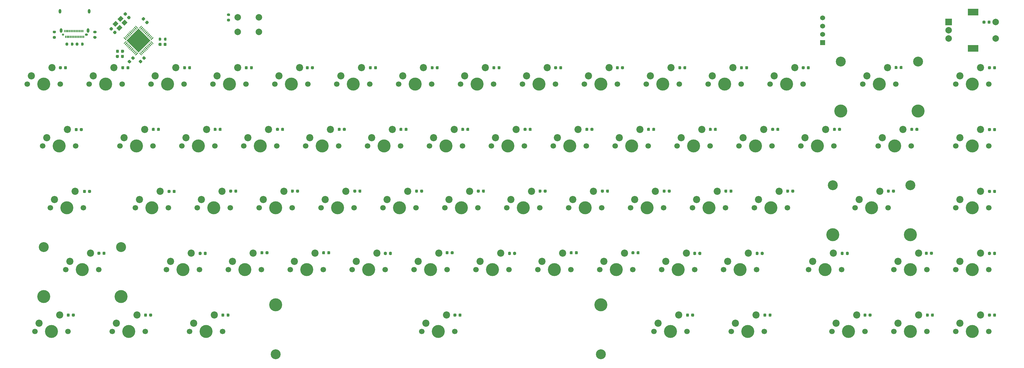
<source format=gbs>
G04 #@! TF.GenerationSoftware,KiCad,Pcbnew,(5.1.9)-1*
G04 #@! TF.CreationDate,2021-04-19T20:06:47-07:00*
G04 #@! TF.ProjectId,keyboard,6b657962-6f61-4726-942e-6b696361645f,rev?*
G04 #@! TF.SameCoordinates,Original*
G04 #@! TF.FileFunction,Soldermask,Bot*
G04 #@! TF.FilePolarity,Negative*
%FSLAX46Y46*%
G04 Gerber Fmt 4.6, Leading zero omitted, Abs format (unit mm)*
G04 Created by KiCad (PCBNEW (5.1.9)-1) date 2021-04-19 20:06:47*
%MOMM*%
%LPD*%
G01*
G04 APERTURE LIST*
%ADD10C,2.200000*%
%ADD11C,4.000000*%
%ADD12C,1.700000*%
%ADD13C,3.050000*%
%ADD14R,0.300000X0.700000*%
%ADD15C,0.650000*%
%ADD16O,0.950000X0.650000*%
%ADD17O,0.800000X1.400000*%
%ADD18C,0.100000*%
%ADD19C,1.524000*%
%ADD20R,1.524000X1.524000*%
%ADD21C,2.000000*%
%ADD22R,2.000000X2.000000*%
%ADD23R,3.200000X2.000000*%
G04 APERTURE END LIST*
G04 #@! TO.C,D68*
G36*
G01*
X364166900Y-37022750D02*
X364166900Y-36510250D01*
G75*
G02*
X364385650Y-36291500I218750J0D01*
G01*
X364823150Y-36291500D01*
G75*
G02*
X365041900Y-36510250I0J-218750D01*
G01*
X365041900Y-37022750D01*
G75*
G02*
X364823150Y-37241500I-218750J0D01*
G01*
X364385650Y-37241500D01*
G75*
G02*
X364166900Y-37022750I0J218750D01*
G01*
G37*
G36*
G01*
X362591900Y-37022750D02*
X362591900Y-36510250D01*
G75*
G02*
X362810650Y-36291500I218750J0D01*
G01*
X363248150Y-36291500D01*
G75*
G02*
X363466900Y-36510250I0J-218750D01*
G01*
X363466900Y-37022750D01*
G75*
G02*
X363248150Y-37241500I-218750J0D01*
G01*
X362810650Y-37241500D01*
G75*
G02*
X362591900Y-37022750I0J218750D01*
G01*
G37*
G04 #@! TD*
D10*
G04 #@! TO.C,K31*
X197643750Y-127000000D03*
X191293750Y-129540000D03*
D11*
X195103750Y-132080000D03*
D12*
X190023750Y-132080000D03*
X200183750Y-132080000D03*
D11*
X145103750Y-123840000D03*
X245103750Y-123840000D03*
D13*
X245103750Y-139080000D03*
X145103750Y-139080000D03*
G04 #@! TD*
G04 #@! TO.C,C8*
G36*
G01*
X97451760Y-47554960D02*
X97451760Y-47054960D01*
G75*
G02*
X97676760Y-46829960I225000J0D01*
G01*
X98126760Y-46829960D01*
G75*
G02*
X98351760Y-47054960I0J-225000D01*
G01*
X98351760Y-47554960D01*
G75*
G02*
X98126760Y-47779960I-225000J0D01*
G01*
X97676760Y-47779960D01*
G75*
G02*
X97451760Y-47554960I0J225000D01*
G01*
G37*
G36*
G01*
X95901760Y-47554960D02*
X95901760Y-47054960D01*
G75*
G02*
X96126760Y-46829960I225000J0D01*
G01*
X96576760Y-46829960D01*
G75*
G02*
X96801760Y-47054960I0J-225000D01*
G01*
X96801760Y-47554960D01*
G75*
G02*
X96576760Y-47779960I-225000J0D01*
G01*
X96126760Y-47779960D01*
G75*
G02*
X95901760Y-47554960I0J225000D01*
G01*
G37*
G04 #@! TD*
D14*
G04 #@! TO.C,J1*
X80179920Y-39545480D03*
X80679920Y-39545480D03*
X81179920Y-39545480D03*
X81679920Y-39545480D03*
X82179920Y-39545480D03*
X82679920Y-39545480D03*
X83179920Y-39545480D03*
X83679920Y-39545480D03*
X84179920Y-39545480D03*
X84679920Y-39545480D03*
X85179920Y-39545480D03*
D15*
X79579920Y-40585480D03*
D16*
X86779920Y-40585480D03*
D17*
X78689920Y-33385480D03*
X87669920Y-33385480D03*
X87309920Y-39335480D03*
D14*
X85679920Y-39545480D03*
X85429920Y-41245480D03*
X83929920Y-41245480D03*
X84429920Y-41245480D03*
X84929920Y-41245480D03*
X85929920Y-41245480D03*
X83429920Y-41245480D03*
X82929920Y-41245480D03*
X82429920Y-41245480D03*
X81929920Y-41245480D03*
X81429920Y-41245480D03*
X80929920Y-41245480D03*
X80429920Y-41245480D03*
D17*
X79049920Y-39335480D03*
G04 #@! TD*
D18*
G04 #@! TO.C,Y1*
G36*
X98604569Y-35987984D02*
G01*
X99453097Y-36836512D01*
X98463147Y-37826462D01*
X97614619Y-36977934D01*
X98604569Y-35987984D01*
G37*
G36*
X97048934Y-37543619D02*
G01*
X97897462Y-38392147D01*
X96907512Y-39382097D01*
X96058984Y-38533569D01*
X97048934Y-37543619D01*
G37*
G36*
X95846853Y-36341538D02*
G01*
X96695381Y-37190066D01*
X95705431Y-38180016D01*
X94856903Y-37331488D01*
X95846853Y-36341538D01*
G37*
G36*
X97402488Y-34785903D02*
G01*
X98251016Y-35634431D01*
X97261066Y-36624381D01*
X96412538Y-35775853D01*
X97402488Y-34785903D01*
G37*
G04 #@! TD*
D19*
G04 #@! TO.C,OLED1*
X313350240Y-35438080D03*
X313350240Y-37978080D03*
X313350240Y-40518080D03*
D20*
X313350240Y-43058080D03*
G04 #@! TD*
D12*
G04 #@! TO.C,K54*
X307340000Y-55880000D03*
X297180000Y-55880000D03*
D11*
X302260000Y-55880000D03*
D10*
X298450000Y-53340000D03*
X304800000Y-50800000D03*
G04 #@! TD*
G04 #@! TO.C,C1*
G36*
G01*
X100356983Y-35487429D02*
X100003429Y-35840983D01*
G75*
G02*
X99685231Y-35840983I-159099J159099D01*
G01*
X99367033Y-35522785D01*
G75*
G02*
X99367033Y-35204587I159099J159099D01*
G01*
X99720587Y-34851033D01*
G75*
G02*
X100038785Y-34851033I159099J-159099D01*
G01*
X100356983Y-35169231D01*
G75*
G02*
X100356983Y-35487429I-159099J-159099D01*
G01*
G37*
G36*
G01*
X99260967Y-34391413D02*
X98907413Y-34744967D01*
G75*
G02*
X98589215Y-34744967I-159099J159099D01*
G01*
X98271017Y-34426769D01*
G75*
G02*
X98271017Y-34108571I159099J159099D01*
G01*
X98624571Y-33755017D01*
G75*
G02*
X98942769Y-33755017I159099J-159099D01*
G01*
X99260967Y-34073215D01*
G75*
G02*
X99260967Y-34391413I-159099J-159099D01*
G01*
G37*
G04 #@! TD*
G04 #@! TO.C,C2*
G36*
G01*
X94942967Y-38963413D02*
X94589413Y-39316967D01*
G75*
G02*
X94271215Y-39316967I-159099J159099D01*
G01*
X93953017Y-38998769D01*
G75*
G02*
X93953017Y-38680571I159099J159099D01*
G01*
X94306571Y-38327017D01*
G75*
G02*
X94624769Y-38327017I159099J-159099D01*
G01*
X94942967Y-38645215D01*
G75*
G02*
X94942967Y-38963413I-159099J-159099D01*
G01*
G37*
G36*
G01*
X96038983Y-40059429D02*
X95685429Y-40412983D01*
G75*
G02*
X95367231Y-40412983I-159099J159099D01*
G01*
X95049033Y-40094785D01*
G75*
G02*
X95049033Y-39776587I159099J159099D01*
G01*
X95402587Y-39423033D01*
G75*
G02*
X95720785Y-39423033I159099J-159099D01*
G01*
X96038983Y-39741231D01*
G75*
G02*
X96038983Y-40059429I-159099J-159099D01*
G01*
G37*
G04 #@! TD*
G04 #@! TO.C,C3*
G36*
G01*
X110578780Y-43859260D02*
X110578780Y-43359260D01*
G75*
G02*
X110803780Y-43134260I225000J0D01*
G01*
X111253780Y-43134260D01*
G75*
G02*
X111478780Y-43359260I0J-225000D01*
G01*
X111478780Y-43859260D01*
G75*
G02*
X111253780Y-44084260I-225000J0D01*
G01*
X110803780Y-44084260D01*
G75*
G02*
X110578780Y-43859260I0J225000D01*
G01*
G37*
G36*
G01*
X109028780Y-43859260D02*
X109028780Y-43359260D01*
G75*
G02*
X109253780Y-43134260I225000J0D01*
G01*
X109703780Y-43134260D01*
G75*
G02*
X109928780Y-43359260I0J-225000D01*
G01*
X109928780Y-43859260D01*
G75*
G02*
X109703780Y-44084260I-225000J0D01*
G01*
X109253780Y-44084260D01*
G75*
G02*
X109028780Y-43859260I0J225000D01*
G01*
G37*
G04 #@! TD*
G04 #@! TO.C,C4*
G36*
G01*
X96819840Y-45472540D02*
X96819840Y-45972540D01*
G75*
G02*
X96594840Y-46197540I-225000J0D01*
G01*
X96144840Y-46197540D01*
G75*
G02*
X95919840Y-45972540I0J225000D01*
G01*
X95919840Y-45472540D01*
G75*
G02*
X96144840Y-45247540I225000J0D01*
G01*
X96594840Y-45247540D01*
G75*
G02*
X96819840Y-45472540I0J-225000D01*
G01*
G37*
G36*
G01*
X98369840Y-45472540D02*
X98369840Y-45972540D01*
G75*
G02*
X98144840Y-46197540I-225000J0D01*
G01*
X97694840Y-46197540D01*
G75*
G02*
X97469840Y-45972540I0J225000D01*
G01*
X97469840Y-45472540D01*
G75*
G02*
X97694840Y-45247540I225000J0D01*
G01*
X98144840Y-45247540D01*
G75*
G02*
X98369840Y-45472540I0J-225000D01*
G01*
G37*
G04 #@! TD*
G04 #@! TO.C,C5*
G36*
G01*
X101288669Y-47328777D02*
X101642223Y-47682331D01*
G75*
G02*
X101642223Y-48000529I-159099J-159099D01*
G01*
X101324025Y-48318727D01*
G75*
G02*
X101005827Y-48318727I-159099J159099D01*
G01*
X100652273Y-47965173D01*
G75*
G02*
X100652273Y-47646975I159099J159099D01*
G01*
X100970471Y-47328777D01*
G75*
G02*
X101288669Y-47328777I159099J-159099D01*
G01*
G37*
G36*
G01*
X100192653Y-48424793D02*
X100546207Y-48778347D01*
G75*
G02*
X100546207Y-49096545I-159099J-159099D01*
G01*
X100228009Y-49414743D01*
G75*
G02*
X99909811Y-49414743I-159099J159099D01*
G01*
X99556257Y-49061189D01*
G75*
G02*
X99556257Y-48742991I159099J159099D01*
G01*
X99874455Y-48424793D01*
G75*
G02*
X100192653Y-48424793I159099J-159099D01*
G01*
G37*
G04 #@! TD*
G04 #@! TO.C,C6*
G36*
G01*
X104700521Y-47312905D02*
X105054075Y-47666459D01*
G75*
G02*
X105054075Y-47984657I-159099J-159099D01*
G01*
X104735877Y-48302855D01*
G75*
G02*
X104417679Y-48302855I-159099J159099D01*
G01*
X104064125Y-47949301D01*
G75*
G02*
X104064125Y-47631103I159099J159099D01*
G01*
X104382323Y-47312905D01*
G75*
G02*
X104700521Y-47312905I159099J-159099D01*
G01*
G37*
G36*
G01*
X103604505Y-48408921D02*
X103958059Y-48762475D01*
G75*
G02*
X103958059Y-49080673I-159099J-159099D01*
G01*
X103639861Y-49398871D01*
G75*
G02*
X103321663Y-49398871I-159099J159099D01*
G01*
X102968109Y-49045317D01*
G75*
G02*
X102968109Y-48727119I159099J159099D01*
G01*
X103286307Y-48408921D01*
G75*
G02*
X103604505Y-48408921I159099J-159099D01*
G01*
G37*
G04 #@! TD*
G04 #@! TO.C,C7*
G36*
G01*
X104831187Y-35895093D02*
X104477633Y-36248647D01*
G75*
G02*
X104159435Y-36248647I-159099J159099D01*
G01*
X103841237Y-35930449D01*
G75*
G02*
X103841237Y-35612251I159099J159099D01*
G01*
X104194791Y-35258697D01*
G75*
G02*
X104512989Y-35258697I159099J-159099D01*
G01*
X104831187Y-35576895D01*
G75*
G02*
X104831187Y-35895093I-159099J-159099D01*
G01*
G37*
G36*
G01*
X105927203Y-36991109D02*
X105573649Y-37344663D01*
G75*
G02*
X105255451Y-37344663I-159099J159099D01*
G01*
X104937253Y-37026465D01*
G75*
G02*
X104937253Y-36708267I159099J159099D01*
G01*
X105290807Y-36354713D01*
G75*
G02*
X105609005Y-36354713I159099J-159099D01*
G01*
X105927203Y-36672911D01*
G75*
G02*
X105927203Y-36991109I-159099J-159099D01*
G01*
G37*
G04 #@! TD*
G04 #@! TO.C,D1*
G36*
G01*
X80825000Y-50543750D02*
X80825000Y-51056250D01*
G75*
G02*
X80606250Y-51275000I-218750J0D01*
G01*
X80168750Y-51275000D01*
G75*
G02*
X79950000Y-51056250I0J218750D01*
G01*
X79950000Y-50543750D01*
G75*
G02*
X80168750Y-50325000I218750J0D01*
G01*
X80606250Y-50325000D01*
G75*
G02*
X80825000Y-50543750I0J-218750D01*
G01*
G37*
G36*
G01*
X79250000Y-50543750D02*
X79250000Y-51056250D01*
G75*
G02*
X79031250Y-51275000I-218750J0D01*
G01*
X78593750Y-51275000D01*
G75*
G02*
X78375000Y-51056250I0J218750D01*
G01*
X78375000Y-50543750D01*
G75*
G02*
X78593750Y-50325000I218750J0D01*
G01*
X79031250Y-50325000D01*
G75*
G02*
X79250000Y-50543750I0J-218750D01*
G01*
G37*
G04 #@! TD*
G04 #@! TO.C,D2*
G36*
G01*
X85680000Y-69593750D02*
X85680000Y-70106250D01*
G75*
G02*
X85461250Y-70325000I-218750J0D01*
G01*
X85023750Y-70325000D01*
G75*
G02*
X84805000Y-70106250I0J218750D01*
G01*
X84805000Y-69593750D01*
G75*
G02*
X85023750Y-69375000I218750J0D01*
G01*
X85461250Y-69375000D01*
G75*
G02*
X85680000Y-69593750I0J-218750D01*
G01*
G37*
G36*
G01*
X84105000Y-69593750D02*
X84105000Y-70106250D01*
G75*
G02*
X83886250Y-70325000I-218750J0D01*
G01*
X83448750Y-70325000D01*
G75*
G02*
X83230000Y-70106250I0J218750D01*
G01*
X83230000Y-69593750D01*
G75*
G02*
X83448750Y-69375000I218750J0D01*
G01*
X83886250Y-69375000D01*
G75*
G02*
X84105000Y-69593750I0J-218750D01*
G01*
G37*
G04 #@! TD*
G04 #@! TO.C,D3*
G36*
G01*
X86645000Y-88643750D02*
X86645000Y-89156250D01*
G75*
G02*
X86426250Y-89375000I-218750J0D01*
G01*
X85988750Y-89375000D01*
G75*
G02*
X85770000Y-89156250I0J218750D01*
G01*
X85770000Y-88643750D01*
G75*
G02*
X85988750Y-88425000I218750J0D01*
G01*
X86426250Y-88425000D01*
G75*
G02*
X86645000Y-88643750I0J-218750D01*
G01*
G37*
G36*
G01*
X88220000Y-88643750D02*
X88220000Y-89156250D01*
G75*
G02*
X88001250Y-89375000I-218750J0D01*
G01*
X87563750Y-89375000D01*
G75*
G02*
X87345000Y-89156250I0J218750D01*
G01*
X87345000Y-88643750D01*
G75*
G02*
X87563750Y-88425000I218750J0D01*
G01*
X88001250Y-88425000D01*
G75*
G02*
X88220000Y-88643750I0J-218750D01*
G01*
G37*
G04 #@! TD*
G04 #@! TO.C,D4*
G36*
G01*
X92665000Y-107693750D02*
X92665000Y-108206250D01*
G75*
G02*
X92446250Y-108425000I-218750J0D01*
G01*
X92008750Y-108425000D01*
G75*
G02*
X91790000Y-108206250I0J218750D01*
G01*
X91790000Y-107693750D01*
G75*
G02*
X92008750Y-107475000I218750J0D01*
G01*
X92446250Y-107475000D01*
G75*
G02*
X92665000Y-107693750I0J-218750D01*
G01*
G37*
G36*
G01*
X91090000Y-107693750D02*
X91090000Y-108206250D01*
G75*
G02*
X90871250Y-108425000I-218750J0D01*
G01*
X90433750Y-108425000D01*
G75*
G02*
X90215000Y-108206250I0J218750D01*
G01*
X90215000Y-107693750D01*
G75*
G02*
X90433750Y-107475000I218750J0D01*
G01*
X90871250Y-107475000D01*
G75*
G02*
X91090000Y-107693750I0J-218750D01*
G01*
G37*
G04 #@! TD*
G04 #@! TO.C,D5*
G36*
G01*
X81650000Y-126743750D02*
X81650000Y-127256250D01*
G75*
G02*
X81431250Y-127475000I-218750J0D01*
G01*
X80993750Y-127475000D01*
G75*
G02*
X80775000Y-127256250I0J218750D01*
G01*
X80775000Y-126743750D01*
G75*
G02*
X80993750Y-126525000I218750J0D01*
G01*
X81431250Y-126525000D01*
G75*
G02*
X81650000Y-126743750I0J-218750D01*
G01*
G37*
G36*
G01*
X83225000Y-126743750D02*
X83225000Y-127256250D01*
G75*
G02*
X83006250Y-127475000I-218750J0D01*
G01*
X82568750Y-127475000D01*
G75*
G02*
X82350000Y-127256250I0J218750D01*
G01*
X82350000Y-126743750D01*
G75*
G02*
X82568750Y-126525000I218750J0D01*
G01*
X83006250Y-126525000D01*
G75*
G02*
X83225000Y-126743750I0J-218750D01*
G01*
G37*
G04 #@! TD*
G04 #@! TO.C,D6*
G36*
G01*
X98450000Y-50543750D02*
X98450000Y-51056250D01*
G75*
G02*
X98231250Y-51275000I-218750J0D01*
G01*
X97793750Y-51275000D01*
G75*
G02*
X97575000Y-51056250I0J218750D01*
G01*
X97575000Y-50543750D01*
G75*
G02*
X97793750Y-50325000I218750J0D01*
G01*
X98231250Y-50325000D01*
G75*
G02*
X98450000Y-50543750I0J-218750D01*
G01*
G37*
G36*
G01*
X100025000Y-50543750D02*
X100025000Y-51056250D01*
G75*
G02*
X99806250Y-51275000I-218750J0D01*
G01*
X99368750Y-51275000D01*
G75*
G02*
X99150000Y-51056250I0J218750D01*
G01*
X99150000Y-50543750D01*
G75*
G02*
X99368750Y-50325000I218750J0D01*
G01*
X99806250Y-50325000D01*
G75*
G02*
X100025000Y-50543750I0J-218750D01*
G01*
G37*
G04 #@! TD*
G04 #@! TO.C,D7*
G36*
G01*
X107850000Y-69543750D02*
X107850000Y-70056250D01*
G75*
G02*
X107631250Y-70275000I-218750J0D01*
G01*
X107193750Y-70275000D01*
G75*
G02*
X106975000Y-70056250I0J218750D01*
G01*
X106975000Y-69543750D01*
G75*
G02*
X107193750Y-69325000I218750J0D01*
G01*
X107631250Y-69325000D01*
G75*
G02*
X107850000Y-69543750I0J-218750D01*
G01*
G37*
G36*
G01*
X109425000Y-69543750D02*
X109425000Y-70056250D01*
G75*
G02*
X109206250Y-70275000I-218750J0D01*
G01*
X108768750Y-70275000D01*
G75*
G02*
X108550000Y-70056250I0J218750D01*
G01*
X108550000Y-69543750D01*
G75*
G02*
X108768750Y-69325000I218750J0D01*
G01*
X109206250Y-69325000D01*
G75*
G02*
X109425000Y-69543750I0J-218750D01*
G01*
G37*
G04 #@! TD*
G04 #@! TO.C,D8*
G36*
G01*
X114255000Y-88643750D02*
X114255000Y-89156250D01*
G75*
G02*
X114036250Y-89375000I-218750J0D01*
G01*
X113598750Y-89375000D01*
G75*
G02*
X113380000Y-89156250I0J218750D01*
G01*
X113380000Y-88643750D01*
G75*
G02*
X113598750Y-88425000I218750J0D01*
G01*
X114036250Y-88425000D01*
G75*
G02*
X114255000Y-88643750I0J-218750D01*
G01*
G37*
G36*
G01*
X112680000Y-88643750D02*
X112680000Y-89156250D01*
G75*
G02*
X112461250Y-89375000I-218750J0D01*
G01*
X112023750Y-89375000D01*
G75*
G02*
X111805000Y-89156250I0J218750D01*
G01*
X111805000Y-88643750D01*
G75*
G02*
X112023750Y-88425000I218750J0D01*
G01*
X112461250Y-88425000D01*
G75*
G02*
X112680000Y-88643750I0J-218750D01*
G01*
G37*
G04 #@! TD*
G04 #@! TO.C,D9*
G36*
G01*
X105450000Y-126743750D02*
X105450000Y-127256250D01*
G75*
G02*
X105231250Y-127475000I-218750J0D01*
G01*
X104793750Y-127475000D01*
G75*
G02*
X104575000Y-127256250I0J218750D01*
G01*
X104575000Y-126743750D01*
G75*
G02*
X104793750Y-126525000I218750J0D01*
G01*
X105231250Y-126525000D01*
G75*
G02*
X105450000Y-126743750I0J-218750D01*
G01*
G37*
G36*
G01*
X107025000Y-126743750D02*
X107025000Y-127256250D01*
G75*
G02*
X106806250Y-127475000I-218750J0D01*
G01*
X106368750Y-127475000D01*
G75*
G02*
X106150000Y-127256250I0J218750D01*
G01*
X106150000Y-126743750D01*
G75*
G02*
X106368750Y-126525000I218750J0D01*
G01*
X106806250Y-126525000D01*
G75*
G02*
X107025000Y-126743750I0J-218750D01*
G01*
G37*
G04 #@! TD*
G04 #@! TO.C,D10*
G36*
G01*
X117450000Y-50543750D02*
X117450000Y-51056250D01*
G75*
G02*
X117231250Y-51275000I-218750J0D01*
G01*
X116793750Y-51275000D01*
G75*
G02*
X116575000Y-51056250I0J218750D01*
G01*
X116575000Y-50543750D01*
G75*
G02*
X116793750Y-50325000I218750J0D01*
G01*
X117231250Y-50325000D01*
G75*
G02*
X117450000Y-50543750I0J-218750D01*
G01*
G37*
G36*
G01*
X119025000Y-50543750D02*
X119025000Y-51056250D01*
G75*
G02*
X118806250Y-51275000I-218750J0D01*
G01*
X118368750Y-51275000D01*
G75*
G02*
X118150000Y-51056250I0J218750D01*
G01*
X118150000Y-50543750D01*
G75*
G02*
X118368750Y-50325000I218750J0D01*
G01*
X118806250Y-50325000D01*
G75*
G02*
X119025000Y-50543750I0J-218750D01*
G01*
G37*
G04 #@! TD*
G04 #@! TO.C,D11*
G36*
G01*
X126850000Y-69543750D02*
X126850000Y-70056250D01*
G75*
G02*
X126631250Y-70275000I-218750J0D01*
G01*
X126193750Y-70275000D01*
G75*
G02*
X125975000Y-70056250I0J218750D01*
G01*
X125975000Y-69543750D01*
G75*
G02*
X126193750Y-69325000I218750J0D01*
G01*
X126631250Y-69325000D01*
G75*
G02*
X126850000Y-69543750I0J-218750D01*
G01*
G37*
G36*
G01*
X128425000Y-69543750D02*
X128425000Y-70056250D01*
G75*
G02*
X128206250Y-70275000I-218750J0D01*
G01*
X127768750Y-70275000D01*
G75*
G02*
X127550000Y-70056250I0J218750D01*
G01*
X127550000Y-69543750D01*
G75*
G02*
X127768750Y-69325000I218750J0D01*
G01*
X128206250Y-69325000D01*
G75*
G02*
X128425000Y-69543750I0J-218750D01*
G01*
G37*
G04 #@! TD*
G04 #@! TO.C,D12*
G36*
G01*
X133225000Y-88543750D02*
X133225000Y-89056250D01*
G75*
G02*
X133006250Y-89275000I-218750J0D01*
G01*
X132568750Y-89275000D01*
G75*
G02*
X132350000Y-89056250I0J218750D01*
G01*
X132350000Y-88543750D01*
G75*
G02*
X132568750Y-88325000I218750J0D01*
G01*
X133006250Y-88325000D01*
G75*
G02*
X133225000Y-88543750I0J-218750D01*
G01*
G37*
G36*
G01*
X131650000Y-88543750D02*
X131650000Y-89056250D01*
G75*
G02*
X131431250Y-89275000I-218750J0D01*
G01*
X130993750Y-89275000D01*
G75*
G02*
X130775000Y-89056250I0J218750D01*
G01*
X130775000Y-88543750D01*
G75*
G02*
X130993750Y-88325000I218750J0D01*
G01*
X131431250Y-88325000D01*
G75*
G02*
X131650000Y-88543750I0J-218750D01*
G01*
G37*
G04 #@! TD*
G04 #@! TO.C,D13*
G36*
G01*
X123825000Y-107743750D02*
X123825000Y-108256250D01*
G75*
G02*
X123606250Y-108475000I-218750J0D01*
G01*
X123168750Y-108475000D01*
G75*
G02*
X122950000Y-108256250I0J218750D01*
G01*
X122950000Y-107743750D01*
G75*
G02*
X123168750Y-107525000I218750J0D01*
G01*
X123606250Y-107525000D01*
G75*
G02*
X123825000Y-107743750I0J-218750D01*
G01*
G37*
G36*
G01*
X122250000Y-107743750D02*
X122250000Y-108256250D01*
G75*
G02*
X122031250Y-108475000I-218750J0D01*
G01*
X121593750Y-108475000D01*
G75*
G02*
X121375000Y-108256250I0J218750D01*
G01*
X121375000Y-107743750D01*
G75*
G02*
X121593750Y-107525000I218750J0D01*
G01*
X122031250Y-107525000D01*
G75*
G02*
X122250000Y-107743750I0J-218750D01*
G01*
G37*
G04 #@! TD*
G04 #@! TO.C,D14*
G36*
G01*
X129250000Y-126743750D02*
X129250000Y-127256250D01*
G75*
G02*
X129031250Y-127475000I-218750J0D01*
G01*
X128593750Y-127475000D01*
G75*
G02*
X128375000Y-127256250I0J218750D01*
G01*
X128375000Y-126743750D01*
G75*
G02*
X128593750Y-126525000I218750J0D01*
G01*
X129031250Y-126525000D01*
G75*
G02*
X129250000Y-126743750I0J-218750D01*
G01*
G37*
G36*
G01*
X130825000Y-126743750D02*
X130825000Y-127256250D01*
G75*
G02*
X130606250Y-127475000I-218750J0D01*
G01*
X130168750Y-127475000D01*
G75*
G02*
X129950000Y-127256250I0J218750D01*
G01*
X129950000Y-126743750D01*
G75*
G02*
X130168750Y-126525000I218750J0D01*
G01*
X130606250Y-126525000D01*
G75*
G02*
X130825000Y-126743750I0J-218750D01*
G01*
G37*
G04 #@! TD*
G04 #@! TO.C,D15*
G36*
G01*
X138025000Y-50543750D02*
X138025000Y-51056250D01*
G75*
G02*
X137806250Y-51275000I-218750J0D01*
G01*
X137368750Y-51275000D01*
G75*
G02*
X137150000Y-51056250I0J218750D01*
G01*
X137150000Y-50543750D01*
G75*
G02*
X137368750Y-50325000I218750J0D01*
G01*
X137806250Y-50325000D01*
G75*
G02*
X138025000Y-50543750I0J-218750D01*
G01*
G37*
G36*
G01*
X136450000Y-50543750D02*
X136450000Y-51056250D01*
G75*
G02*
X136231250Y-51275000I-218750J0D01*
G01*
X135793750Y-51275000D01*
G75*
G02*
X135575000Y-51056250I0J218750D01*
G01*
X135575000Y-50543750D01*
G75*
G02*
X135793750Y-50325000I218750J0D01*
G01*
X136231250Y-50325000D01*
G75*
G02*
X136450000Y-50543750I0J-218750D01*
G01*
G37*
G04 #@! TD*
G04 #@! TO.C,D16*
G36*
G01*
X147625000Y-69543750D02*
X147625000Y-70056250D01*
G75*
G02*
X147406250Y-70275000I-218750J0D01*
G01*
X146968750Y-70275000D01*
G75*
G02*
X146750000Y-70056250I0J218750D01*
G01*
X146750000Y-69543750D01*
G75*
G02*
X146968750Y-69325000I218750J0D01*
G01*
X147406250Y-69325000D01*
G75*
G02*
X147625000Y-69543750I0J-218750D01*
G01*
G37*
G36*
G01*
X146050000Y-69543750D02*
X146050000Y-70056250D01*
G75*
G02*
X145831250Y-70275000I-218750J0D01*
G01*
X145393750Y-70275000D01*
G75*
G02*
X145175000Y-70056250I0J218750D01*
G01*
X145175000Y-69543750D01*
G75*
G02*
X145393750Y-69325000I218750J0D01*
G01*
X145831250Y-69325000D01*
G75*
G02*
X146050000Y-69543750I0J-218750D01*
G01*
G37*
G04 #@! TD*
G04 #@! TO.C,D17*
G36*
G01*
X150650000Y-88543750D02*
X150650000Y-89056250D01*
G75*
G02*
X150431250Y-89275000I-218750J0D01*
G01*
X149993750Y-89275000D01*
G75*
G02*
X149775000Y-89056250I0J218750D01*
G01*
X149775000Y-88543750D01*
G75*
G02*
X149993750Y-88325000I218750J0D01*
G01*
X150431250Y-88325000D01*
G75*
G02*
X150650000Y-88543750I0J-218750D01*
G01*
G37*
G36*
G01*
X152225000Y-88543750D02*
X152225000Y-89056250D01*
G75*
G02*
X152006250Y-89275000I-218750J0D01*
G01*
X151568750Y-89275000D01*
G75*
G02*
X151350000Y-89056250I0J218750D01*
G01*
X151350000Y-88543750D01*
G75*
G02*
X151568750Y-88325000I218750J0D01*
G01*
X152006250Y-88325000D01*
G75*
G02*
X152225000Y-88543750I0J-218750D01*
G01*
G37*
G04 #@! TD*
G04 #@! TO.C,D18*
G36*
G01*
X142825000Y-107543750D02*
X142825000Y-108056250D01*
G75*
G02*
X142606250Y-108275000I-218750J0D01*
G01*
X142168750Y-108275000D01*
G75*
G02*
X141950000Y-108056250I0J218750D01*
G01*
X141950000Y-107543750D01*
G75*
G02*
X142168750Y-107325000I218750J0D01*
G01*
X142606250Y-107325000D01*
G75*
G02*
X142825000Y-107543750I0J-218750D01*
G01*
G37*
G36*
G01*
X141250000Y-107543750D02*
X141250000Y-108056250D01*
G75*
G02*
X141031250Y-108275000I-218750J0D01*
G01*
X140593750Y-108275000D01*
G75*
G02*
X140375000Y-108056250I0J218750D01*
G01*
X140375000Y-107543750D01*
G75*
G02*
X140593750Y-107325000I218750J0D01*
G01*
X141031250Y-107325000D01*
G75*
G02*
X141250000Y-107543750I0J-218750D01*
G01*
G37*
G04 #@! TD*
G04 #@! TO.C,D19*
G36*
G01*
X156800000Y-50543750D02*
X156800000Y-51056250D01*
G75*
G02*
X156581250Y-51275000I-218750J0D01*
G01*
X156143750Y-51275000D01*
G75*
G02*
X155925000Y-51056250I0J218750D01*
G01*
X155925000Y-50543750D01*
G75*
G02*
X156143750Y-50325000I218750J0D01*
G01*
X156581250Y-50325000D01*
G75*
G02*
X156800000Y-50543750I0J-218750D01*
G01*
G37*
G36*
G01*
X155225000Y-50543750D02*
X155225000Y-51056250D01*
G75*
G02*
X155006250Y-51275000I-218750J0D01*
G01*
X154568750Y-51275000D01*
G75*
G02*
X154350000Y-51056250I0J218750D01*
G01*
X154350000Y-50543750D01*
G75*
G02*
X154568750Y-50325000I218750J0D01*
G01*
X155006250Y-50325000D01*
G75*
G02*
X155225000Y-50543750I0J-218750D01*
G01*
G37*
G04 #@! TD*
G04 #@! TO.C,D20*
G36*
G01*
X165050000Y-69543750D02*
X165050000Y-70056250D01*
G75*
G02*
X164831250Y-70275000I-218750J0D01*
G01*
X164393750Y-70275000D01*
G75*
G02*
X164175000Y-70056250I0J218750D01*
G01*
X164175000Y-69543750D01*
G75*
G02*
X164393750Y-69325000I218750J0D01*
G01*
X164831250Y-69325000D01*
G75*
G02*
X165050000Y-69543750I0J-218750D01*
G01*
G37*
G36*
G01*
X166625000Y-69543750D02*
X166625000Y-70056250D01*
G75*
G02*
X166406250Y-70275000I-218750J0D01*
G01*
X165968750Y-70275000D01*
G75*
G02*
X165750000Y-70056250I0J218750D01*
G01*
X165750000Y-69543750D01*
G75*
G02*
X165968750Y-69325000I218750J0D01*
G01*
X166406250Y-69325000D01*
G75*
G02*
X166625000Y-69543750I0J-218750D01*
G01*
G37*
G04 #@! TD*
G04 #@! TO.C,D21*
G36*
G01*
X171425000Y-88543750D02*
X171425000Y-89056250D01*
G75*
G02*
X171206250Y-89275000I-218750J0D01*
G01*
X170768750Y-89275000D01*
G75*
G02*
X170550000Y-89056250I0J218750D01*
G01*
X170550000Y-88543750D01*
G75*
G02*
X170768750Y-88325000I218750J0D01*
G01*
X171206250Y-88325000D01*
G75*
G02*
X171425000Y-88543750I0J-218750D01*
G01*
G37*
G36*
G01*
X169850000Y-88543750D02*
X169850000Y-89056250D01*
G75*
G02*
X169631250Y-89275000I-218750J0D01*
G01*
X169193750Y-89275000D01*
G75*
G02*
X168975000Y-89056250I0J218750D01*
G01*
X168975000Y-88543750D01*
G75*
G02*
X169193750Y-88325000I218750J0D01*
G01*
X169631250Y-88325000D01*
G75*
G02*
X169850000Y-88543750I0J-218750D01*
G01*
G37*
G04 #@! TD*
G04 #@! TO.C,D22*
G36*
G01*
X160250000Y-107543750D02*
X160250000Y-108056250D01*
G75*
G02*
X160031250Y-108275000I-218750J0D01*
G01*
X159593750Y-108275000D01*
G75*
G02*
X159375000Y-108056250I0J218750D01*
G01*
X159375000Y-107543750D01*
G75*
G02*
X159593750Y-107325000I218750J0D01*
G01*
X160031250Y-107325000D01*
G75*
G02*
X160250000Y-107543750I0J-218750D01*
G01*
G37*
G36*
G01*
X161825000Y-107543750D02*
X161825000Y-108056250D01*
G75*
G02*
X161606250Y-108275000I-218750J0D01*
G01*
X161168750Y-108275000D01*
G75*
G02*
X160950000Y-108056250I0J218750D01*
G01*
X160950000Y-107543750D01*
G75*
G02*
X161168750Y-107325000I218750J0D01*
G01*
X161606250Y-107325000D01*
G75*
G02*
X161825000Y-107543750I0J-218750D01*
G01*
G37*
G04 #@! TD*
G04 #@! TO.C,D23*
G36*
G01*
X176225000Y-50543750D02*
X176225000Y-51056250D01*
G75*
G02*
X176006250Y-51275000I-218750J0D01*
G01*
X175568750Y-51275000D01*
G75*
G02*
X175350000Y-51056250I0J218750D01*
G01*
X175350000Y-50543750D01*
G75*
G02*
X175568750Y-50325000I218750J0D01*
G01*
X176006250Y-50325000D01*
G75*
G02*
X176225000Y-50543750I0J-218750D01*
G01*
G37*
G36*
G01*
X174650000Y-50543750D02*
X174650000Y-51056250D01*
G75*
G02*
X174431250Y-51275000I-218750J0D01*
G01*
X173993750Y-51275000D01*
G75*
G02*
X173775000Y-51056250I0J218750D01*
G01*
X173775000Y-50543750D01*
G75*
G02*
X173993750Y-50325000I218750J0D01*
G01*
X174431250Y-50325000D01*
G75*
G02*
X174650000Y-50543750I0J-218750D01*
G01*
G37*
G04 #@! TD*
G04 #@! TO.C,D24*
G36*
G01*
X185625000Y-69543750D02*
X185625000Y-70056250D01*
G75*
G02*
X185406250Y-70275000I-218750J0D01*
G01*
X184968750Y-70275000D01*
G75*
G02*
X184750000Y-70056250I0J218750D01*
G01*
X184750000Y-69543750D01*
G75*
G02*
X184968750Y-69325000I218750J0D01*
G01*
X185406250Y-69325000D01*
G75*
G02*
X185625000Y-69543750I0J-218750D01*
G01*
G37*
G36*
G01*
X184050000Y-69543750D02*
X184050000Y-70056250D01*
G75*
G02*
X183831250Y-70275000I-218750J0D01*
G01*
X183393750Y-70275000D01*
G75*
G02*
X183175000Y-70056250I0J218750D01*
G01*
X183175000Y-69543750D01*
G75*
G02*
X183393750Y-69325000I218750J0D01*
G01*
X183831250Y-69325000D01*
G75*
G02*
X184050000Y-69543750I0J-218750D01*
G01*
G37*
G04 #@! TD*
G04 #@! TO.C,D25*
G36*
G01*
X190425000Y-88543750D02*
X190425000Y-89056250D01*
G75*
G02*
X190206250Y-89275000I-218750J0D01*
G01*
X189768750Y-89275000D01*
G75*
G02*
X189550000Y-89056250I0J218750D01*
G01*
X189550000Y-88543750D01*
G75*
G02*
X189768750Y-88325000I218750J0D01*
G01*
X190206250Y-88325000D01*
G75*
G02*
X190425000Y-88543750I0J-218750D01*
G01*
G37*
G36*
G01*
X188850000Y-88543750D02*
X188850000Y-89056250D01*
G75*
G02*
X188631250Y-89275000I-218750J0D01*
G01*
X188193750Y-89275000D01*
G75*
G02*
X187975000Y-89056250I0J218750D01*
G01*
X187975000Y-88543750D01*
G75*
G02*
X188193750Y-88325000I218750J0D01*
G01*
X188631250Y-88325000D01*
G75*
G02*
X188850000Y-88543750I0J-218750D01*
G01*
G37*
G04 #@! TD*
G04 #@! TO.C,D26*
G36*
G01*
X179250000Y-107743750D02*
X179250000Y-108256250D01*
G75*
G02*
X179031250Y-108475000I-218750J0D01*
G01*
X178593750Y-108475000D01*
G75*
G02*
X178375000Y-108256250I0J218750D01*
G01*
X178375000Y-107743750D01*
G75*
G02*
X178593750Y-107525000I218750J0D01*
G01*
X179031250Y-107525000D01*
G75*
G02*
X179250000Y-107743750I0J-218750D01*
G01*
G37*
G36*
G01*
X180825000Y-107743750D02*
X180825000Y-108256250D01*
G75*
G02*
X180606250Y-108475000I-218750J0D01*
G01*
X180168750Y-108475000D01*
G75*
G02*
X179950000Y-108256250I0J218750D01*
G01*
X179950000Y-107743750D01*
G75*
G02*
X180168750Y-107525000I218750J0D01*
G01*
X180606250Y-107525000D01*
G75*
G02*
X180825000Y-107743750I0J-218750D01*
G01*
G37*
G04 #@! TD*
G04 #@! TO.C,D27*
G36*
G01*
X193650000Y-50543750D02*
X193650000Y-51056250D01*
G75*
G02*
X193431250Y-51275000I-218750J0D01*
G01*
X192993750Y-51275000D01*
G75*
G02*
X192775000Y-51056250I0J218750D01*
G01*
X192775000Y-50543750D01*
G75*
G02*
X192993750Y-50325000I218750J0D01*
G01*
X193431250Y-50325000D01*
G75*
G02*
X193650000Y-50543750I0J-218750D01*
G01*
G37*
G36*
G01*
X195225000Y-50543750D02*
X195225000Y-51056250D01*
G75*
G02*
X195006250Y-51275000I-218750J0D01*
G01*
X194568750Y-51275000D01*
G75*
G02*
X194350000Y-51056250I0J218750D01*
G01*
X194350000Y-50543750D01*
G75*
G02*
X194568750Y-50325000I218750J0D01*
G01*
X195006250Y-50325000D01*
G75*
G02*
X195225000Y-50543750I0J-218750D01*
G01*
G37*
G04 #@! TD*
G04 #@! TO.C,D28*
G36*
G01*
X203050000Y-69543750D02*
X203050000Y-70056250D01*
G75*
G02*
X202831250Y-70275000I-218750J0D01*
G01*
X202393750Y-70275000D01*
G75*
G02*
X202175000Y-70056250I0J218750D01*
G01*
X202175000Y-69543750D01*
G75*
G02*
X202393750Y-69325000I218750J0D01*
G01*
X202831250Y-69325000D01*
G75*
G02*
X203050000Y-69543750I0J-218750D01*
G01*
G37*
G36*
G01*
X204625000Y-69543750D02*
X204625000Y-70056250D01*
G75*
G02*
X204406250Y-70275000I-218750J0D01*
G01*
X203968750Y-70275000D01*
G75*
G02*
X203750000Y-70056250I0J218750D01*
G01*
X203750000Y-69543750D01*
G75*
G02*
X203968750Y-69325000I218750J0D01*
G01*
X204406250Y-69325000D01*
G75*
G02*
X204625000Y-69543750I0J-218750D01*
G01*
G37*
G04 #@! TD*
G04 #@! TO.C,D29*
G36*
G01*
X207862500Y-88543750D02*
X207862500Y-89056250D01*
G75*
G02*
X207643750Y-89275000I-218750J0D01*
G01*
X207206250Y-89275000D01*
G75*
G02*
X206987500Y-89056250I0J218750D01*
G01*
X206987500Y-88543750D01*
G75*
G02*
X207206250Y-88325000I218750J0D01*
G01*
X207643750Y-88325000D01*
G75*
G02*
X207862500Y-88543750I0J-218750D01*
G01*
G37*
G36*
G01*
X209437500Y-88543750D02*
X209437500Y-89056250D01*
G75*
G02*
X209218750Y-89275000I-218750J0D01*
G01*
X208781250Y-89275000D01*
G75*
G02*
X208562500Y-89056250I0J218750D01*
G01*
X208562500Y-88543750D01*
G75*
G02*
X208781250Y-88325000I218750J0D01*
G01*
X209218750Y-88325000D01*
G75*
G02*
X209437500Y-88543750I0J-218750D01*
G01*
G37*
G04 #@! TD*
G04 #@! TO.C,D30*
G36*
G01*
X199825000Y-107543750D02*
X199825000Y-108056250D01*
G75*
G02*
X199606250Y-108275000I-218750J0D01*
G01*
X199168750Y-108275000D01*
G75*
G02*
X198950000Y-108056250I0J218750D01*
G01*
X198950000Y-107543750D01*
G75*
G02*
X199168750Y-107325000I218750J0D01*
G01*
X199606250Y-107325000D01*
G75*
G02*
X199825000Y-107543750I0J-218750D01*
G01*
G37*
G36*
G01*
X198250000Y-107543750D02*
X198250000Y-108056250D01*
G75*
G02*
X198031250Y-108275000I-218750J0D01*
G01*
X197593750Y-108275000D01*
G75*
G02*
X197375000Y-108056250I0J218750D01*
G01*
X197375000Y-107543750D01*
G75*
G02*
X197593750Y-107325000I218750J0D01*
G01*
X198031250Y-107325000D01*
G75*
G02*
X198250000Y-107543750I0J-218750D01*
G01*
G37*
G04 #@! TD*
G04 #@! TO.C,D31*
G36*
G01*
X200650000Y-126743750D02*
X200650000Y-127256250D01*
G75*
G02*
X200431250Y-127475000I-218750J0D01*
G01*
X199993750Y-127475000D01*
G75*
G02*
X199775000Y-127256250I0J218750D01*
G01*
X199775000Y-126743750D01*
G75*
G02*
X199993750Y-126525000I218750J0D01*
G01*
X200431250Y-126525000D01*
G75*
G02*
X200650000Y-126743750I0J-218750D01*
G01*
G37*
G36*
G01*
X202225000Y-126743750D02*
X202225000Y-127256250D01*
G75*
G02*
X202006250Y-127475000I-218750J0D01*
G01*
X201568750Y-127475000D01*
G75*
G02*
X201350000Y-127256250I0J218750D01*
G01*
X201350000Y-126743750D01*
G75*
G02*
X201568750Y-126525000I218750J0D01*
G01*
X202006250Y-126525000D01*
G75*
G02*
X202225000Y-126743750I0J-218750D01*
G01*
G37*
G04 #@! TD*
G04 #@! TO.C,D32*
G36*
G01*
X214225000Y-50543750D02*
X214225000Y-51056250D01*
G75*
G02*
X214006250Y-51275000I-218750J0D01*
G01*
X213568750Y-51275000D01*
G75*
G02*
X213350000Y-51056250I0J218750D01*
G01*
X213350000Y-50543750D01*
G75*
G02*
X213568750Y-50325000I218750J0D01*
G01*
X214006250Y-50325000D01*
G75*
G02*
X214225000Y-50543750I0J-218750D01*
G01*
G37*
G36*
G01*
X212650000Y-50543750D02*
X212650000Y-51056250D01*
G75*
G02*
X212431250Y-51275000I-218750J0D01*
G01*
X211993750Y-51275000D01*
G75*
G02*
X211775000Y-51056250I0J218750D01*
G01*
X211775000Y-50543750D01*
G75*
G02*
X211993750Y-50325000I218750J0D01*
G01*
X212431250Y-50325000D01*
G75*
G02*
X212650000Y-50543750I0J-218750D01*
G01*
G37*
G04 #@! TD*
G04 #@! TO.C,D33*
G36*
G01*
X222250000Y-69543750D02*
X222250000Y-70056250D01*
G75*
G02*
X222031250Y-70275000I-218750J0D01*
G01*
X221593750Y-70275000D01*
G75*
G02*
X221375000Y-70056250I0J218750D01*
G01*
X221375000Y-69543750D01*
G75*
G02*
X221593750Y-69325000I218750J0D01*
G01*
X222031250Y-69325000D01*
G75*
G02*
X222250000Y-69543750I0J-218750D01*
G01*
G37*
G36*
G01*
X223825000Y-69543750D02*
X223825000Y-70056250D01*
G75*
G02*
X223606250Y-70275000I-218750J0D01*
G01*
X223168750Y-70275000D01*
G75*
G02*
X222950000Y-70056250I0J218750D01*
G01*
X222950000Y-69543750D01*
G75*
G02*
X223168750Y-69325000I218750J0D01*
G01*
X223606250Y-69325000D01*
G75*
G02*
X223825000Y-69543750I0J-218750D01*
G01*
G37*
G04 #@! TD*
G04 #@! TO.C,D34*
G36*
G01*
X228425000Y-88543750D02*
X228425000Y-89056250D01*
G75*
G02*
X228206250Y-89275000I-218750J0D01*
G01*
X227768750Y-89275000D01*
G75*
G02*
X227550000Y-89056250I0J218750D01*
G01*
X227550000Y-88543750D01*
G75*
G02*
X227768750Y-88325000I218750J0D01*
G01*
X228206250Y-88325000D01*
G75*
G02*
X228425000Y-88543750I0J-218750D01*
G01*
G37*
G36*
G01*
X226850000Y-88543750D02*
X226850000Y-89056250D01*
G75*
G02*
X226631250Y-89275000I-218750J0D01*
G01*
X226193750Y-89275000D01*
G75*
G02*
X225975000Y-89056250I0J218750D01*
G01*
X225975000Y-88543750D01*
G75*
G02*
X226193750Y-88325000I218750J0D01*
G01*
X226631250Y-88325000D01*
G75*
G02*
X226850000Y-88543750I0J-218750D01*
G01*
G37*
G04 #@! TD*
G04 #@! TO.C,D35*
G36*
G01*
X217450000Y-107743750D02*
X217450000Y-108256250D01*
G75*
G02*
X217231250Y-108475000I-218750J0D01*
G01*
X216793750Y-108475000D01*
G75*
G02*
X216575000Y-108256250I0J218750D01*
G01*
X216575000Y-107743750D01*
G75*
G02*
X216793750Y-107525000I218750J0D01*
G01*
X217231250Y-107525000D01*
G75*
G02*
X217450000Y-107743750I0J-218750D01*
G01*
G37*
G36*
G01*
X219025000Y-107743750D02*
X219025000Y-108256250D01*
G75*
G02*
X218806250Y-108475000I-218750J0D01*
G01*
X218368750Y-108475000D01*
G75*
G02*
X218150000Y-108256250I0J218750D01*
G01*
X218150000Y-107743750D01*
G75*
G02*
X218368750Y-107525000I218750J0D01*
G01*
X218806250Y-107525000D01*
G75*
G02*
X219025000Y-107743750I0J-218750D01*
G01*
G37*
G04 #@! TD*
G04 #@! TO.C,D36*
G36*
G01*
X231650000Y-50543750D02*
X231650000Y-51056250D01*
G75*
G02*
X231431250Y-51275000I-218750J0D01*
G01*
X230993750Y-51275000D01*
G75*
G02*
X230775000Y-51056250I0J218750D01*
G01*
X230775000Y-50543750D01*
G75*
G02*
X230993750Y-50325000I218750J0D01*
G01*
X231431250Y-50325000D01*
G75*
G02*
X231650000Y-50543750I0J-218750D01*
G01*
G37*
G36*
G01*
X233225000Y-50543750D02*
X233225000Y-51056250D01*
G75*
G02*
X233006250Y-51275000I-218750J0D01*
G01*
X232568750Y-51275000D01*
G75*
G02*
X232350000Y-51056250I0J218750D01*
G01*
X232350000Y-50543750D01*
G75*
G02*
X232568750Y-50325000I218750J0D01*
G01*
X233006250Y-50325000D01*
G75*
G02*
X233225000Y-50543750I0J-218750D01*
G01*
G37*
G04 #@! TD*
G04 #@! TO.C,D37*
G36*
G01*
X242825000Y-69543750D02*
X242825000Y-70056250D01*
G75*
G02*
X242606250Y-70275000I-218750J0D01*
G01*
X242168750Y-70275000D01*
G75*
G02*
X241950000Y-70056250I0J218750D01*
G01*
X241950000Y-69543750D01*
G75*
G02*
X242168750Y-69325000I218750J0D01*
G01*
X242606250Y-69325000D01*
G75*
G02*
X242825000Y-69543750I0J-218750D01*
G01*
G37*
G36*
G01*
X241250000Y-69543750D02*
X241250000Y-70056250D01*
G75*
G02*
X241031250Y-70275000I-218750J0D01*
G01*
X240593750Y-70275000D01*
G75*
G02*
X240375000Y-70056250I0J218750D01*
G01*
X240375000Y-69543750D01*
G75*
G02*
X240593750Y-69325000I218750J0D01*
G01*
X241031250Y-69325000D01*
G75*
G02*
X241250000Y-69543750I0J-218750D01*
G01*
G37*
G04 #@! TD*
G04 #@! TO.C,D38*
G36*
G01*
X246050000Y-88543750D02*
X246050000Y-89056250D01*
G75*
G02*
X245831250Y-89275000I-218750J0D01*
G01*
X245393750Y-89275000D01*
G75*
G02*
X245175000Y-89056250I0J218750D01*
G01*
X245175000Y-88543750D01*
G75*
G02*
X245393750Y-88325000I218750J0D01*
G01*
X245831250Y-88325000D01*
G75*
G02*
X246050000Y-88543750I0J-218750D01*
G01*
G37*
G36*
G01*
X247625000Y-88543750D02*
X247625000Y-89056250D01*
G75*
G02*
X247406250Y-89275000I-218750J0D01*
G01*
X246968750Y-89275000D01*
G75*
G02*
X246750000Y-89056250I0J218750D01*
G01*
X246750000Y-88543750D01*
G75*
G02*
X246968750Y-88325000I218750J0D01*
G01*
X247406250Y-88325000D01*
G75*
G02*
X247625000Y-88543750I0J-218750D01*
G01*
G37*
G04 #@! TD*
G04 #@! TO.C,D39*
G36*
G01*
X238025000Y-107543750D02*
X238025000Y-108056250D01*
G75*
G02*
X237806250Y-108275000I-218750J0D01*
G01*
X237368750Y-108275000D01*
G75*
G02*
X237150000Y-108056250I0J218750D01*
G01*
X237150000Y-107543750D01*
G75*
G02*
X237368750Y-107325000I218750J0D01*
G01*
X237806250Y-107325000D01*
G75*
G02*
X238025000Y-107543750I0J-218750D01*
G01*
G37*
G36*
G01*
X236450000Y-107543750D02*
X236450000Y-108056250D01*
G75*
G02*
X236231250Y-108275000I-218750J0D01*
G01*
X235793750Y-108275000D01*
G75*
G02*
X235575000Y-108056250I0J218750D01*
G01*
X235575000Y-107543750D01*
G75*
G02*
X235793750Y-107325000I218750J0D01*
G01*
X236231250Y-107325000D01*
G75*
G02*
X236450000Y-107543750I0J-218750D01*
G01*
G37*
G04 #@! TD*
G04 #@! TO.C,D40*
G36*
G01*
X252225000Y-50543750D02*
X252225000Y-51056250D01*
G75*
G02*
X252006250Y-51275000I-218750J0D01*
G01*
X251568750Y-51275000D01*
G75*
G02*
X251350000Y-51056250I0J218750D01*
G01*
X251350000Y-50543750D01*
G75*
G02*
X251568750Y-50325000I218750J0D01*
G01*
X252006250Y-50325000D01*
G75*
G02*
X252225000Y-50543750I0J-218750D01*
G01*
G37*
G36*
G01*
X250650000Y-50543750D02*
X250650000Y-51056250D01*
G75*
G02*
X250431250Y-51275000I-218750J0D01*
G01*
X249993750Y-51275000D01*
G75*
G02*
X249775000Y-51056250I0J218750D01*
G01*
X249775000Y-50543750D01*
G75*
G02*
X249993750Y-50325000I218750J0D01*
G01*
X250431250Y-50325000D01*
G75*
G02*
X250650000Y-50543750I0J-218750D01*
G01*
G37*
G04 #@! TD*
G04 #@! TO.C,D41*
G36*
G01*
X260250000Y-69543750D02*
X260250000Y-70056250D01*
G75*
G02*
X260031250Y-70275000I-218750J0D01*
G01*
X259593750Y-70275000D01*
G75*
G02*
X259375000Y-70056250I0J218750D01*
G01*
X259375000Y-69543750D01*
G75*
G02*
X259593750Y-69325000I218750J0D01*
G01*
X260031250Y-69325000D01*
G75*
G02*
X260250000Y-69543750I0J-218750D01*
G01*
G37*
G36*
G01*
X261825000Y-69543750D02*
X261825000Y-70056250D01*
G75*
G02*
X261606250Y-70275000I-218750J0D01*
G01*
X261168750Y-70275000D01*
G75*
G02*
X260950000Y-70056250I0J218750D01*
G01*
X260950000Y-69543750D01*
G75*
G02*
X261168750Y-69325000I218750J0D01*
G01*
X261606250Y-69325000D01*
G75*
G02*
X261825000Y-69543750I0J-218750D01*
G01*
G37*
G04 #@! TD*
G04 #@! TO.C,D42*
G36*
G01*
X266625000Y-88543750D02*
X266625000Y-89056250D01*
G75*
G02*
X266406250Y-89275000I-218750J0D01*
G01*
X265968750Y-89275000D01*
G75*
G02*
X265750000Y-89056250I0J218750D01*
G01*
X265750000Y-88543750D01*
G75*
G02*
X265968750Y-88325000I218750J0D01*
G01*
X266406250Y-88325000D01*
G75*
G02*
X266625000Y-88543750I0J-218750D01*
G01*
G37*
G36*
G01*
X265050000Y-88543750D02*
X265050000Y-89056250D01*
G75*
G02*
X264831250Y-89275000I-218750J0D01*
G01*
X264393750Y-89275000D01*
G75*
G02*
X264175000Y-89056250I0J218750D01*
G01*
X264175000Y-88543750D01*
G75*
G02*
X264393750Y-88325000I218750J0D01*
G01*
X264831250Y-88325000D01*
G75*
G02*
X265050000Y-88543750I0J-218750D01*
G01*
G37*
G04 #@! TD*
G04 #@! TO.C,D43*
G36*
G01*
X257025000Y-107543750D02*
X257025000Y-108056250D01*
G75*
G02*
X256806250Y-108275000I-218750J0D01*
G01*
X256368750Y-108275000D01*
G75*
G02*
X256150000Y-108056250I0J218750D01*
G01*
X256150000Y-107543750D01*
G75*
G02*
X256368750Y-107325000I218750J0D01*
G01*
X256806250Y-107325000D01*
G75*
G02*
X257025000Y-107543750I0J-218750D01*
G01*
G37*
G36*
G01*
X255450000Y-107543750D02*
X255450000Y-108056250D01*
G75*
G02*
X255231250Y-108275000I-218750J0D01*
G01*
X254793750Y-108275000D01*
G75*
G02*
X254575000Y-108056250I0J218750D01*
G01*
X254575000Y-107543750D01*
G75*
G02*
X254793750Y-107325000I218750J0D01*
G01*
X255231250Y-107325000D01*
G75*
G02*
X255450000Y-107543750I0J-218750D01*
G01*
G37*
G04 #@! TD*
G04 #@! TO.C,D53*
G36*
G01*
X297625000Y-126743750D02*
X297625000Y-127256250D01*
G75*
G02*
X297406250Y-127475000I-218750J0D01*
G01*
X296968750Y-127475000D01*
G75*
G02*
X296750000Y-127256250I0J218750D01*
G01*
X296750000Y-126743750D01*
G75*
G02*
X296968750Y-126525000I218750J0D01*
G01*
X297406250Y-126525000D01*
G75*
G02*
X297625000Y-126743750I0J-218750D01*
G01*
G37*
G36*
G01*
X296050000Y-126743750D02*
X296050000Y-127256250D01*
G75*
G02*
X295831250Y-127475000I-218750J0D01*
G01*
X295393750Y-127475000D01*
G75*
G02*
X295175000Y-127256250I0J218750D01*
G01*
X295175000Y-126743750D01*
G75*
G02*
X295393750Y-126525000I218750J0D01*
G01*
X295831250Y-126525000D01*
G75*
G02*
X296050000Y-126743750I0J-218750D01*
G01*
G37*
G04 #@! TD*
G04 #@! TO.C,D44*
G36*
G01*
X269850000Y-50543750D02*
X269850000Y-51056250D01*
G75*
G02*
X269631250Y-51275000I-218750J0D01*
G01*
X269193750Y-51275000D01*
G75*
G02*
X268975000Y-51056250I0J218750D01*
G01*
X268975000Y-50543750D01*
G75*
G02*
X269193750Y-50325000I218750J0D01*
G01*
X269631250Y-50325000D01*
G75*
G02*
X269850000Y-50543750I0J-218750D01*
G01*
G37*
G36*
G01*
X271425000Y-50543750D02*
X271425000Y-51056250D01*
G75*
G02*
X271206250Y-51275000I-218750J0D01*
G01*
X270768750Y-51275000D01*
G75*
G02*
X270550000Y-51056250I0J218750D01*
G01*
X270550000Y-50543750D01*
G75*
G02*
X270768750Y-50325000I218750J0D01*
G01*
X271206250Y-50325000D01*
G75*
G02*
X271425000Y-50543750I0J-218750D01*
G01*
G37*
G04 #@! TD*
G04 #@! TO.C,D45*
G36*
G01*
X280825000Y-69543750D02*
X280825000Y-70056250D01*
G75*
G02*
X280606250Y-70275000I-218750J0D01*
G01*
X280168750Y-70275000D01*
G75*
G02*
X279950000Y-70056250I0J218750D01*
G01*
X279950000Y-69543750D01*
G75*
G02*
X280168750Y-69325000I218750J0D01*
G01*
X280606250Y-69325000D01*
G75*
G02*
X280825000Y-69543750I0J-218750D01*
G01*
G37*
G36*
G01*
X279250000Y-69543750D02*
X279250000Y-70056250D01*
G75*
G02*
X279031250Y-70275000I-218750J0D01*
G01*
X278593750Y-70275000D01*
G75*
G02*
X278375000Y-70056250I0J218750D01*
G01*
X278375000Y-69543750D01*
G75*
G02*
X278593750Y-69325000I218750J0D01*
G01*
X279031250Y-69325000D01*
G75*
G02*
X279250000Y-69543750I0J-218750D01*
G01*
G37*
G04 #@! TD*
G04 #@! TO.C,D46*
G36*
G01*
X284037500Y-88543750D02*
X284037500Y-89056250D01*
G75*
G02*
X283818750Y-89275000I-218750J0D01*
G01*
X283381250Y-89275000D01*
G75*
G02*
X283162500Y-89056250I0J218750D01*
G01*
X283162500Y-88543750D01*
G75*
G02*
X283381250Y-88325000I218750J0D01*
G01*
X283818750Y-88325000D01*
G75*
G02*
X284037500Y-88543750I0J-218750D01*
G01*
G37*
G36*
G01*
X285612500Y-88543750D02*
X285612500Y-89056250D01*
G75*
G02*
X285393750Y-89275000I-218750J0D01*
G01*
X284956250Y-89275000D01*
G75*
G02*
X284737500Y-89056250I0J218750D01*
G01*
X284737500Y-88543750D01*
G75*
G02*
X284956250Y-88325000I218750J0D01*
G01*
X285393750Y-88325000D01*
G75*
G02*
X285612500Y-88543750I0J-218750D01*
G01*
G37*
G04 #@! TD*
G04 #@! TO.C,D47*
G36*
G01*
X276025000Y-107743750D02*
X276025000Y-108256250D01*
G75*
G02*
X275806250Y-108475000I-218750J0D01*
G01*
X275368750Y-108475000D01*
G75*
G02*
X275150000Y-108256250I0J218750D01*
G01*
X275150000Y-107743750D01*
G75*
G02*
X275368750Y-107525000I218750J0D01*
G01*
X275806250Y-107525000D01*
G75*
G02*
X276025000Y-107743750I0J-218750D01*
G01*
G37*
G36*
G01*
X274450000Y-107743750D02*
X274450000Y-108256250D01*
G75*
G02*
X274231250Y-108475000I-218750J0D01*
G01*
X273793750Y-108475000D01*
G75*
G02*
X273575000Y-108256250I0J218750D01*
G01*
X273575000Y-107743750D01*
G75*
G02*
X273793750Y-107525000I218750J0D01*
G01*
X274231250Y-107525000D01*
G75*
G02*
X274450000Y-107743750I0J-218750D01*
G01*
G37*
G04 #@! TD*
G04 #@! TO.C,D48*
G36*
G01*
X272250000Y-126743750D02*
X272250000Y-127256250D01*
G75*
G02*
X272031250Y-127475000I-218750J0D01*
G01*
X271593750Y-127475000D01*
G75*
G02*
X271375000Y-127256250I0J218750D01*
G01*
X271375000Y-126743750D01*
G75*
G02*
X271593750Y-126525000I218750J0D01*
G01*
X272031250Y-126525000D01*
G75*
G02*
X272250000Y-126743750I0J-218750D01*
G01*
G37*
G36*
G01*
X273825000Y-126743750D02*
X273825000Y-127256250D01*
G75*
G02*
X273606250Y-127475000I-218750J0D01*
G01*
X273168750Y-127475000D01*
G75*
G02*
X272950000Y-127256250I0J218750D01*
G01*
X272950000Y-126743750D01*
G75*
G02*
X273168750Y-126525000I218750J0D01*
G01*
X273606250Y-126525000D01*
G75*
G02*
X273825000Y-126743750I0J-218750D01*
G01*
G37*
G04 #@! TD*
G04 #@! TO.C,D49*
G36*
G01*
X290425000Y-50543750D02*
X290425000Y-51056250D01*
G75*
G02*
X290206250Y-51275000I-218750J0D01*
G01*
X289768750Y-51275000D01*
G75*
G02*
X289550000Y-51056250I0J218750D01*
G01*
X289550000Y-50543750D01*
G75*
G02*
X289768750Y-50325000I218750J0D01*
G01*
X290206250Y-50325000D01*
G75*
G02*
X290425000Y-50543750I0J-218750D01*
G01*
G37*
G36*
G01*
X288850000Y-50543750D02*
X288850000Y-51056250D01*
G75*
G02*
X288631250Y-51275000I-218750J0D01*
G01*
X288193750Y-51275000D01*
G75*
G02*
X287975000Y-51056250I0J218750D01*
G01*
X287975000Y-50543750D01*
G75*
G02*
X288193750Y-50325000I218750J0D01*
G01*
X288631250Y-50325000D01*
G75*
G02*
X288850000Y-50543750I0J-218750D01*
G01*
G37*
G04 #@! TD*
G04 #@! TO.C,D50*
G36*
G01*
X298450000Y-69543750D02*
X298450000Y-70056250D01*
G75*
G02*
X298231250Y-70275000I-218750J0D01*
G01*
X297793750Y-70275000D01*
G75*
G02*
X297575000Y-70056250I0J218750D01*
G01*
X297575000Y-69543750D01*
G75*
G02*
X297793750Y-69325000I218750J0D01*
G01*
X298231250Y-69325000D01*
G75*
G02*
X298450000Y-69543750I0J-218750D01*
G01*
G37*
G36*
G01*
X300025000Y-69543750D02*
X300025000Y-70056250D01*
G75*
G02*
X299806250Y-70275000I-218750J0D01*
G01*
X299368750Y-70275000D01*
G75*
G02*
X299150000Y-70056250I0J218750D01*
G01*
X299150000Y-69543750D01*
G75*
G02*
X299368750Y-69325000I218750J0D01*
G01*
X299806250Y-69325000D01*
G75*
G02*
X300025000Y-69543750I0J-218750D01*
G01*
G37*
G04 #@! TD*
G04 #@! TO.C,D51*
G36*
G01*
X304625000Y-88543750D02*
X304625000Y-89056250D01*
G75*
G02*
X304406250Y-89275000I-218750J0D01*
G01*
X303968750Y-89275000D01*
G75*
G02*
X303750000Y-89056250I0J218750D01*
G01*
X303750000Y-88543750D01*
G75*
G02*
X303968750Y-88325000I218750J0D01*
G01*
X304406250Y-88325000D01*
G75*
G02*
X304625000Y-88543750I0J-218750D01*
G01*
G37*
G36*
G01*
X303050000Y-88543750D02*
X303050000Y-89056250D01*
G75*
G02*
X302831250Y-89275000I-218750J0D01*
G01*
X302393750Y-89275000D01*
G75*
G02*
X302175000Y-89056250I0J218750D01*
G01*
X302175000Y-88543750D01*
G75*
G02*
X302393750Y-88325000I218750J0D01*
G01*
X302831250Y-88325000D01*
G75*
G02*
X303050000Y-88543750I0J-218750D01*
G01*
G37*
G04 #@! TD*
G04 #@! TO.C,D52*
G36*
G01*
X293650000Y-107743750D02*
X293650000Y-108256250D01*
G75*
G02*
X293431250Y-108475000I-218750J0D01*
G01*
X292993750Y-108475000D01*
G75*
G02*
X292775000Y-108256250I0J218750D01*
G01*
X292775000Y-107743750D01*
G75*
G02*
X292993750Y-107525000I218750J0D01*
G01*
X293431250Y-107525000D01*
G75*
G02*
X293650000Y-107743750I0J-218750D01*
G01*
G37*
G36*
G01*
X295225000Y-107743750D02*
X295225000Y-108256250D01*
G75*
G02*
X295006250Y-108475000I-218750J0D01*
G01*
X294568750Y-108475000D01*
G75*
G02*
X294350000Y-108256250I0J218750D01*
G01*
X294350000Y-107743750D01*
G75*
G02*
X294568750Y-107525000I218750J0D01*
G01*
X295006250Y-107525000D01*
G75*
G02*
X295225000Y-107743750I0J-218750D01*
G01*
G37*
G04 #@! TD*
G04 #@! TO.C,D54*
G36*
G01*
X307850000Y-50543750D02*
X307850000Y-51056250D01*
G75*
G02*
X307631250Y-51275000I-218750J0D01*
G01*
X307193750Y-51275000D01*
G75*
G02*
X306975000Y-51056250I0J218750D01*
G01*
X306975000Y-50543750D01*
G75*
G02*
X307193750Y-50325000I218750J0D01*
G01*
X307631250Y-50325000D01*
G75*
G02*
X307850000Y-50543750I0J-218750D01*
G01*
G37*
G36*
G01*
X309425000Y-50543750D02*
X309425000Y-51056250D01*
G75*
G02*
X309206250Y-51275000I-218750J0D01*
G01*
X308768750Y-51275000D01*
G75*
G02*
X308550000Y-51056250I0J218750D01*
G01*
X308550000Y-50543750D01*
G75*
G02*
X308768750Y-50325000I218750J0D01*
G01*
X309206250Y-50325000D01*
G75*
G02*
X309425000Y-50543750I0J-218750D01*
G01*
G37*
G04 #@! TD*
G04 #@! TO.C,D55*
G36*
G01*
X319025000Y-69543750D02*
X319025000Y-70056250D01*
G75*
G02*
X318806250Y-70275000I-218750J0D01*
G01*
X318368750Y-70275000D01*
G75*
G02*
X318150000Y-70056250I0J218750D01*
G01*
X318150000Y-69543750D01*
G75*
G02*
X318368750Y-69325000I218750J0D01*
G01*
X318806250Y-69325000D01*
G75*
G02*
X319025000Y-69543750I0J-218750D01*
G01*
G37*
G36*
G01*
X317450000Y-69543750D02*
X317450000Y-70056250D01*
G75*
G02*
X317231250Y-70275000I-218750J0D01*
G01*
X316793750Y-70275000D01*
G75*
G02*
X316575000Y-70056250I0J218750D01*
G01*
X316575000Y-69543750D01*
G75*
G02*
X316793750Y-69325000I218750J0D01*
G01*
X317231250Y-69325000D01*
G75*
G02*
X317450000Y-69543750I0J-218750D01*
G01*
G37*
G04 #@! TD*
G04 #@! TO.C,D56*
G36*
G01*
X319850000Y-107743750D02*
X319850000Y-108256250D01*
G75*
G02*
X319631250Y-108475000I-218750J0D01*
G01*
X319193750Y-108475000D01*
G75*
G02*
X318975000Y-108256250I0J218750D01*
G01*
X318975000Y-107743750D01*
G75*
G02*
X319193750Y-107525000I218750J0D01*
G01*
X319631250Y-107525000D01*
G75*
G02*
X319850000Y-107743750I0J-218750D01*
G01*
G37*
G36*
G01*
X321425000Y-107743750D02*
X321425000Y-108256250D01*
G75*
G02*
X321206250Y-108475000I-218750J0D01*
G01*
X320768750Y-108475000D01*
G75*
G02*
X320550000Y-108256250I0J218750D01*
G01*
X320550000Y-107743750D01*
G75*
G02*
X320768750Y-107525000I218750J0D01*
G01*
X321206250Y-107525000D01*
G75*
G02*
X321425000Y-107743750I0J-218750D01*
G01*
G37*
G04 #@! TD*
G04 #@! TO.C,D57*
G36*
G01*
X328425000Y-126743750D02*
X328425000Y-127256250D01*
G75*
G02*
X328206250Y-127475000I-218750J0D01*
G01*
X327768750Y-127475000D01*
G75*
G02*
X327550000Y-127256250I0J218750D01*
G01*
X327550000Y-126743750D01*
G75*
G02*
X327768750Y-126525000I218750J0D01*
G01*
X328206250Y-126525000D01*
G75*
G02*
X328425000Y-126743750I0J-218750D01*
G01*
G37*
G36*
G01*
X326850000Y-126743750D02*
X326850000Y-127256250D01*
G75*
G02*
X326631250Y-127475000I-218750J0D01*
G01*
X326193750Y-127475000D01*
G75*
G02*
X325975000Y-127256250I0J218750D01*
G01*
X325975000Y-126743750D01*
G75*
G02*
X326193750Y-126525000I218750J0D01*
G01*
X326631250Y-126525000D01*
G75*
G02*
X326850000Y-126743750I0J-218750D01*
G01*
G37*
G04 #@! TD*
G04 #@! TO.C,D58*
G36*
G01*
X336400000Y-50493750D02*
X336400000Y-51006250D01*
G75*
G02*
X336181250Y-51225000I-218750J0D01*
G01*
X335743750Y-51225000D01*
G75*
G02*
X335525000Y-51006250I0J218750D01*
G01*
X335525000Y-50493750D01*
G75*
G02*
X335743750Y-50275000I218750J0D01*
G01*
X336181250Y-50275000D01*
G75*
G02*
X336400000Y-50493750I0J-218750D01*
G01*
G37*
G36*
G01*
X337975000Y-50493750D02*
X337975000Y-51006250D01*
G75*
G02*
X337756250Y-51225000I-218750J0D01*
G01*
X337318750Y-51225000D01*
G75*
G02*
X337100000Y-51006250I0J218750D01*
G01*
X337100000Y-50493750D01*
G75*
G02*
X337318750Y-50275000I218750J0D01*
G01*
X337756250Y-50275000D01*
G75*
G02*
X337975000Y-50493750I0J-218750D01*
G01*
G37*
G04 #@! TD*
G04 #@! TO.C,D59*
G36*
G01*
X342825000Y-69543750D02*
X342825000Y-70056250D01*
G75*
G02*
X342606250Y-70275000I-218750J0D01*
G01*
X342168750Y-70275000D01*
G75*
G02*
X341950000Y-70056250I0J218750D01*
G01*
X341950000Y-69543750D01*
G75*
G02*
X342168750Y-69325000I218750J0D01*
G01*
X342606250Y-69325000D01*
G75*
G02*
X342825000Y-69543750I0J-218750D01*
G01*
G37*
G36*
G01*
X341250000Y-69543750D02*
X341250000Y-70056250D01*
G75*
G02*
X341031250Y-70275000I-218750J0D01*
G01*
X340593750Y-70275000D01*
G75*
G02*
X340375000Y-70056250I0J218750D01*
G01*
X340375000Y-69543750D01*
G75*
G02*
X340593750Y-69325000I218750J0D01*
G01*
X341031250Y-69325000D01*
G75*
G02*
X341250000Y-69543750I0J-218750D01*
G01*
G37*
G04 #@! TD*
G04 #@! TO.C,D60*
G36*
G01*
X334050000Y-88543750D02*
X334050000Y-89056250D01*
G75*
G02*
X333831250Y-89275000I-218750J0D01*
G01*
X333393750Y-89275000D01*
G75*
G02*
X333175000Y-89056250I0J218750D01*
G01*
X333175000Y-88543750D01*
G75*
G02*
X333393750Y-88325000I218750J0D01*
G01*
X333831250Y-88325000D01*
G75*
G02*
X334050000Y-88543750I0J-218750D01*
G01*
G37*
G36*
G01*
X335625000Y-88543750D02*
X335625000Y-89056250D01*
G75*
G02*
X335406250Y-89275000I-218750J0D01*
G01*
X334968750Y-89275000D01*
G75*
G02*
X334750000Y-89056250I0J218750D01*
G01*
X334750000Y-88543750D01*
G75*
G02*
X334968750Y-88325000I218750J0D01*
G01*
X335406250Y-88325000D01*
G75*
G02*
X335625000Y-88543750I0J-218750D01*
G01*
G37*
G04 #@! TD*
G04 #@! TO.C,D61*
G36*
G01*
X347300000Y-107693750D02*
X347300000Y-108206250D01*
G75*
G02*
X347081250Y-108425000I-218750J0D01*
G01*
X346643750Y-108425000D01*
G75*
G02*
X346425000Y-108206250I0J218750D01*
G01*
X346425000Y-107693750D01*
G75*
G02*
X346643750Y-107475000I218750J0D01*
G01*
X347081250Y-107475000D01*
G75*
G02*
X347300000Y-107693750I0J-218750D01*
G01*
G37*
G36*
G01*
X345725000Y-107693750D02*
X345725000Y-108206250D01*
G75*
G02*
X345506250Y-108425000I-218750J0D01*
G01*
X345068750Y-108425000D01*
G75*
G02*
X344850000Y-108206250I0J218750D01*
G01*
X344850000Y-107693750D01*
G75*
G02*
X345068750Y-107475000I218750J0D01*
G01*
X345506250Y-107475000D01*
G75*
G02*
X345725000Y-107693750I0J-218750D01*
G01*
G37*
G04 #@! TD*
G04 #@! TO.C,D62*
G36*
G01*
X346050000Y-126743750D02*
X346050000Y-127256250D01*
G75*
G02*
X345831250Y-127475000I-218750J0D01*
G01*
X345393750Y-127475000D01*
G75*
G02*
X345175000Y-127256250I0J218750D01*
G01*
X345175000Y-126743750D01*
G75*
G02*
X345393750Y-126525000I218750J0D01*
G01*
X345831250Y-126525000D01*
G75*
G02*
X346050000Y-126743750I0J-218750D01*
G01*
G37*
G36*
G01*
X347625000Y-126743750D02*
X347625000Y-127256250D01*
G75*
G02*
X347406250Y-127475000I-218750J0D01*
G01*
X346968750Y-127475000D01*
G75*
G02*
X346750000Y-127256250I0J218750D01*
G01*
X346750000Y-126743750D01*
G75*
G02*
X346968750Y-126525000I218750J0D01*
G01*
X347406250Y-126525000D01*
G75*
G02*
X347625000Y-126743750I0J-218750D01*
G01*
G37*
G04 #@! TD*
G04 #@! TO.C,D64*
G36*
G01*
X366731000Y-69593750D02*
X366731000Y-70106250D01*
G75*
G02*
X366512250Y-70325000I-218750J0D01*
G01*
X366074750Y-70325000D01*
G75*
G02*
X365856000Y-70106250I0J218750D01*
G01*
X365856000Y-69593750D01*
G75*
G02*
X366074750Y-69375000I218750J0D01*
G01*
X366512250Y-69375000D01*
G75*
G02*
X366731000Y-69593750I0J-218750D01*
G01*
G37*
G36*
G01*
X365156000Y-69593750D02*
X365156000Y-70106250D01*
G75*
G02*
X364937250Y-70325000I-218750J0D01*
G01*
X364499750Y-70325000D01*
G75*
G02*
X364281000Y-70106250I0J218750D01*
G01*
X364281000Y-69593750D01*
G75*
G02*
X364499750Y-69375000I218750J0D01*
G01*
X364937250Y-69375000D01*
G75*
G02*
X365156000Y-69593750I0J-218750D01*
G01*
G37*
G04 #@! TD*
G04 #@! TO.C,D65*
G36*
G01*
X365181500Y-88643750D02*
X365181500Y-89156250D01*
G75*
G02*
X364962750Y-89375000I-218750J0D01*
G01*
X364525250Y-89375000D01*
G75*
G02*
X364306500Y-89156250I0J218750D01*
G01*
X364306500Y-88643750D01*
G75*
G02*
X364525250Y-88425000I218750J0D01*
G01*
X364962750Y-88425000D01*
G75*
G02*
X365181500Y-88643750I0J-218750D01*
G01*
G37*
G36*
G01*
X366756500Y-88643750D02*
X366756500Y-89156250D01*
G75*
G02*
X366537750Y-89375000I-218750J0D01*
G01*
X366100250Y-89375000D01*
G75*
G02*
X365881500Y-89156250I0J218750D01*
G01*
X365881500Y-88643750D01*
G75*
G02*
X366100250Y-88425000I218750J0D01*
G01*
X366537750Y-88425000D01*
G75*
G02*
X366756500Y-88643750I0J-218750D01*
G01*
G37*
G04 #@! TD*
G04 #@! TO.C,D66*
G36*
G01*
X366731000Y-107743750D02*
X366731000Y-108256250D01*
G75*
G02*
X366512250Y-108475000I-218750J0D01*
G01*
X366074750Y-108475000D01*
G75*
G02*
X365856000Y-108256250I0J218750D01*
G01*
X365856000Y-107743750D01*
G75*
G02*
X366074750Y-107525000I218750J0D01*
G01*
X366512250Y-107525000D01*
G75*
G02*
X366731000Y-107743750I0J-218750D01*
G01*
G37*
G36*
G01*
X365156000Y-107743750D02*
X365156000Y-108256250D01*
G75*
G02*
X364937250Y-108475000I-218750J0D01*
G01*
X364499750Y-108475000D01*
G75*
G02*
X364281000Y-108256250I0J218750D01*
G01*
X364281000Y-107743750D01*
G75*
G02*
X364499750Y-107525000I218750J0D01*
G01*
X364937250Y-107525000D01*
G75*
G02*
X365156000Y-107743750I0J-218750D01*
G01*
G37*
G04 #@! TD*
G04 #@! TO.C,D67*
G36*
G01*
X366731000Y-126743750D02*
X366731000Y-127256250D01*
G75*
G02*
X366512250Y-127475000I-218750J0D01*
G01*
X366074750Y-127475000D01*
G75*
G02*
X365856000Y-127256250I0J218750D01*
G01*
X365856000Y-126743750D01*
G75*
G02*
X366074750Y-126525000I218750J0D01*
G01*
X366512250Y-126525000D01*
G75*
G02*
X366731000Y-126743750I0J-218750D01*
G01*
G37*
G36*
G01*
X365156000Y-126743750D02*
X365156000Y-127256250D01*
G75*
G02*
X364937250Y-127475000I-218750J0D01*
G01*
X364499750Y-127475000D01*
G75*
G02*
X364281000Y-127256250I0J218750D01*
G01*
X364281000Y-126743750D01*
G75*
G02*
X364499750Y-126525000I218750J0D01*
G01*
X364937250Y-126525000D01*
G75*
G02*
X365156000Y-126743750I0J-218750D01*
G01*
G37*
G04 #@! TD*
G04 #@! TO.C,K1*
X76200000Y-50800000D03*
X69850000Y-53340000D03*
D11*
X73660000Y-55880000D03*
D12*
X68580000Y-55880000D03*
X78740000Y-55880000D03*
G04 #@! TD*
G04 #@! TO.C,K2*
X83502500Y-74930000D03*
X73342500Y-74930000D03*
D11*
X78422500Y-74930000D03*
D10*
X74612500Y-72390000D03*
X80962500Y-69850000D03*
G04 #@! TD*
D12*
G04 #@! TO.C,K3*
X85883750Y-93980000D03*
X75723750Y-93980000D03*
D11*
X80803750Y-93980000D03*
D10*
X76993750Y-91440000D03*
X83343750Y-88900000D03*
G04 #@! TD*
G04 #@! TO.C,K4*
X88106250Y-107950000D03*
X81756250Y-110490000D03*
D11*
X85566250Y-113030000D03*
D12*
X80486250Y-113030000D03*
X90646250Y-113030000D03*
D11*
X97466250Y-121270000D03*
X73666250Y-121270000D03*
D13*
X73666250Y-106030000D03*
X97466250Y-106030000D03*
G04 #@! TD*
D10*
G04 #@! TO.C,K5*
X78581250Y-127000000D03*
X72231250Y-129540000D03*
D11*
X76041250Y-132080000D03*
D12*
X70961250Y-132080000D03*
X81121250Y-132080000D03*
G04 #@! TD*
G04 #@! TO.C,K6*
X97790000Y-55880000D03*
X87630000Y-55880000D03*
D11*
X92710000Y-55880000D03*
D10*
X88900000Y-53340000D03*
X95250000Y-50800000D03*
G04 #@! TD*
G04 #@! TO.C,K7*
X104775000Y-69850000D03*
X98425000Y-72390000D03*
D11*
X102235000Y-74930000D03*
D12*
X97155000Y-74930000D03*
X107315000Y-74930000D03*
G04 #@! TD*
G04 #@! TO.C,K8*
X112077500Y-93980000D03*
X101917500Y-93980000D03*
D11*
X106997500Y-93980000D03*
D10*
X103187500Y-91440000D03*
X109537500Y-88900000D03*
G04 #@! TD*
G04 #@! TO.C,K9*
X102393750Y-127000000D03*
X96043750Y-129540000D03*
D11*
X99853750Y-132080000D03*
D12*
X94773750Y-132080000D03*
X104933750Y-132080000D03*
G04 #@! TD*
D10*
G04 #@! TO.C,K10*
X114300000Y-50800000D03*
X107950000Y-53340000D03*
D11*
X111760000Y-55880000D03*
D12*
X106680000Y-55880000D03*
X116840000Y-55880000D03*
G04 #@! TD*
D10*
G04 #@! TO.C,K11*
X123825000Y-69850000D03*
X117475000Y-72390000D03*
D11*
X121285000Y-74930000D03*
D12*
X116205000Y-74930000D03*
X126365000Y-74930000D03*
G04 #@! TD*
G04 #@! TO.C,K12*
X131127500Y-93980000D03*
X120967500Y-93980000D03*
D11*
X126047500Y-93980000D03*
D10*
X122237500Y-91440000D03*
X128587500Y-88900000D03*
G04 #@! TD*
G04 #@! TO.C,K13*
X119062500Y-107950000D03*
X112712500Y-110490000D03*
D11*
X116522500Y-113030000D03*
D12*
X111442500Y-113030000D03*
X121602500Y-113030000D03*
G04 #@! TD*
G04 #@! TO.C,K14*
X128746250Y-132080000D03*
X118586250Y-132080000D03*
D11*
X123666250Y-132080000D03*
D10*
X119856250Y-129540000D03*
X126206250Y-127000000D03*
G04 #@! TD*
D12*
G04 #@! TO.C,K15*
X135890000Y-55880000D03*
X125730000Y-55880000D03*
D11*
X130810000Y-55880000D03*
D10*
X127000000Y-53340000D03*
X133350000Y-50800000D03*
G04 #@! TD*
D12*
G04 #@! TO.C,K16*
X145415000Y-74930000D03*
X135255000Y-74930000D03*
D11*
X140335000Y-74930000D03*
D10*
X136525000Y-72390000D03*
X142875000Y-69850000D03*
G04 #@! TD*
D12*
G04 #@! TO.C,K17*
X150177500Y-93980000D03*
X140017500Y-93980000D03*
D11*
X145097500Y-93980000D03*
D10*
X141287500Y-91440000D03*
X147637500Y-88900000D03*
G04 #@! TD*
G04 #@! TO.C,K18*
X138112500Y-107950000D03*
X131762500Y-110490000D03*
D11*
X135572500Y-113030000D03*
D12*
X130492500Y-113030000D03*
X140652500Y-113030000D03*
G04 #@! TD*
D10*
G04 #@! TO.C,K19*
X152400000Y-50800000D03*
X146050000Y-53340000D03*
D11*
X149860000Y-55880000D03*
D12*
X144780000Y-55880000D03*
X154940000Y-55880000D03*
G04 #@! TD*
G04 #@! TO.C,K20*
X164465000Y-74930000D03*
X154305000Y-74930000D03*
D11*
X159385000Y-74930000D03*
D10*
X155575000Y-72390000D03*
X161925000Y-69850000D03*
G04 #@! TD*
D12*
G04 #@! TO.C,K21*
X169227500Y-93980000D03*
X159067500Y-93980000D03*
D11*
X164147500Y-93980000D03*
D10*
X160337500Y-91440000D03*
X166687500Y-88900000D03*
G04 #@! TD*
D12*
G04 #@! TO.C,K22*
X159702500Y-113030000D03*
X149542500Y-113030000D03*
D11*
X154622500Y-113030000D03*
D10*
X150812500Y-110490000D03*
X157162500Y-107950000D03*
G04 #@! TD*
G04 #@! TO.C,K23*
X171450000Y-50800000D03*
X165100000Y-53340000D03*
D11*
X168910000Y-55880000D03*
D12*
X163830000Y-55880000D03*
X173990000Y-55880000D03*
G04 #@! TD*
D10*
G04 #@! TO.C,K24*
X180975000Y-69850000D03*
X174625000Y-72390000D03*
D11*
X178435000Y-74930000D03*
D12*
X173355000Y-74930000D03*
X183515000Y-74930000D03*
G04 #@! TD*
D10*
G04 #@! TO.C,K25*
X185737500Y-88900000D03*
X179387500Y-91440000D03*
D11*
X183197500Y-93980000D03*
D12*
X178117500Y-93980000D03*
X188277500Y-93980000D03*
G04 #@! TD*
D10*
G04 #@! TO.C,K26*
X176212500Y-107950000D03*
X169862500Y-110490000D03*
D11*
X173672500Y-113030000D03*
D12*
X168592500Y-113030000D03*
X178752500Y-113030000D03*
G04 #@! TD*
D10*
G04 #@! TO.C,K27*
X190500000Y-50800000D03*
X184150000Y-53340000D03*
D11*
X187960000Y-55880000D03*
D12*
X182880000Y-55880000D03*
X193040000Y-55880000D03*
G04 #@! TD*
G04 #@! TO.C,K28*
X202565000Y-74930000D03*
X192405000Y-74930000D03*
D11*
X197485000Y-74930000D03*
D10*
X193675000Y-72390000D03*
X200025000Y-69850000D03*
G04 #@! TD*
D12*
G04 #@! TO.C,K29*
X207327500Y-93980000D03*
X197167500Y-93980000D03*
D11*
X202247500Y-93980000D03*
D10*
X198437500Y-91440000D03*
X204787500Y-88900000D03*
G04 #@! TD*
D12*
G04 #@! TO.C,K30*
X197802500Y-113030000D03*
X187642500Y-113030000D03*
D11*
X192722500Y-113030000D03*
D10*
X188912500Y-110490000D03*
X195262500Y-107950000D03*
G04 #@! TD*
D12*
G04 #@! TO.C,K32*
X212090000Y-55880000D03*
X201930000Y-55880000D03*
D11*
X207010000Y-55880000D03*
D10*
X203200000Y-53340000D03*
X209550000Y-50800000D03*
G04 #@! TD*
G04 #@! TO.C,K33*
X219075000Y-69850000D03*
X212725000Y-72390000D03*
D11*
X216535000Y-74930000D03*
D12*
X211455000Y-74930000D03*
X221615000Y-74930000D03*
G04 #@! TD*
D10*
G04 #@! TO.C,K34*
X223837500Y-88900000D03*
X217487500Y-91440000D03*
D11*
X221297500Y-93980000D03*
D12*
X216217500Y-93980000D03*
X226377500Y-93980000D03*
G04 #@! TD*
G04 #@! TO.C,K35*
X216852500Y-113030000D03*
X206692500Y-113030000D03*
D11*
X211772500Y-113030000D03*
D10*
X207962500Y-110490000D03*
X214312500Y-107950000D03*
G04 #@! TD*
G04 #@! TO.C,K36*
X228600000Y-50800000D03*
X222250000Y-53340000D03*
D11*
X226060000Y-55880000D03*
D12*
X220980000Y-55880000D03*
X231140000Y-55880000D03*
G04 #@! TD*
G04 #@! TO.C,K37*
X240665000Y-74930000D03*
X230505000Y-74930000D03*
D11*
X235585000Y-74930000D03*
D10*
X231775000Y-72390000D03*
X238125000Y-69850000D03*
G04 #@! TD*
D12*
G04 #@! TO.C,K38*
X245427500Y-93980000D03*
X235267500Y-93980000D03*
D11*
X240347500Y-93980000D03*
D10*
X236537500Y-91440000D03*
X242887500Y-88900000D03*
G04 #@! TD*
D12*
G04 #@! TO.C,K39*
X235902500Y-113030000D03*
X225742500Y-113030000D03*
D11*
X230822500Y-113030000D03*
D10*
X227012500Y-110490000D03*
X233362500Y-107950000D03*
G04 #@! TD*
G04 #@! TO.C,K40*
X247650000Y-50800000D03*
X241300000Y-53340000D03*
D11*
X245110000Y-55880000D03*
D12*
X240030000Y-55880000D03*
X250190000Y-55880000D03*
G04 #@! TD*
D10*
G04 #@! TO.C,K41*
X257175000Y-69850000D03*
X250825000Y-72390000D03*
D11*
X254635000Y-74930000D03*
D12*
X249555000Y-74930000D03*
X259715000Y-74930000D03*
G04 #@! TD*
D10*
G04 #@! TO.C,K42*
X261937500Y-88900000D03*
X255587500Y-91440000D03*
D11*
X259397500Y-93980000D03*
D12*
X254317500Y-93980000D03*
X264477500Y-93980000D03*
G04 #@! TD*
G04 #@! TO.C,K43*
X254952500Y-113030000D03*
X244792500Y-113030000D03*
D11*
X249872500Y-113030000D03*
D10*
X246062500Y-110490000D03*
X252412500Y-107950000D03*
G04 #@! TD*
G04 #@! TO.C,K44*
X266700000Y-50800000D03*
X260350000Y-53340000D03*
D11*
X264160000Y-55880000D03*
D12*
X259080000Y-55880000D03*
X269240000Y-55880000D03*
G04 #@! TD*
G04 #@! TO.C,K45*
X278765000Y-74930000D03*
X268605000Y-74930000D03*
D11*
X273685000Y-74930000D03*
D10*
X269875000Y-72390000D03*
X276225000Y-69850000D03*
G04 #@! TD*
D12*
G04 #@! TO.C,K46*
X283527500Y-93980000D03*
X273367500Y-93980000D03*
D11*
X278447500Y-93980000D03*
D10*
X274637500Y-91440000D03*
X280987500Y-88900000D03*
G04 #@! TD*
G04 #@! TO.C,K47*
X271462500Y-107950000D03*
X265112500Y-110490000D03*
D11*
X268922500Y-113030000D03*
D12*
X263842500Y-113030000D03*
X274002500Y-113030000D03*
G04 #@! TD*
G04 #@! TO.C,K49*
X288290000Y-55880000D03*
X278130000Y-55880000D03*
D11*
X283210000Y-55880000D03*
D10*
X279400000Y-53340000D03*
X285750000Y-50800000D03*
G04 #@! TD*
D12*
G04 #@! TO.C,K50*
X297815000Y-74930000D03*
X287655000Y-74930000D03*
D11*
X292735000Y-74930000D03*
D10*
X288925000Y-72390000D03*
X295275000Y-69850000D03*
G04 #@! TD*
D12*
G04 #@! TO.C,K51*
X302577500Y-93980000D03*
X292417500Y-93980000D03*
D11*
X297497500Y-93980000D03*
D10*
X293687500Y-91440000D03*
X300037500Y-88900000D03*
G04 #@! TD*
G04 #@! TO.C,K52*
X290512500Y-107950000D03*
X284162500Y-110490000D03*
D11*
X287972500Y-113030000D03*
D12*
X282892500Y-113030000D03*
X293052500Y-113030000D03*
G04 #@! TD*
G04 #@! TO.C,K55*
X316865000Y-74930000D03*
X306705000Y-74930000D03*
D11*
X311785000Y-74930000D03*
D10*
X307975000Y-72390000D03*
X314325000Y-69850000D03*
G04 #@! TD*
G04 #@! TO.C,K56*
X316706250Y-107950000D03*
X310356250Y-110490000D03*
D11*
X314166250Y-113030000D03*
D12*
X309086250Y-113030000D03*
X319246250Y-113030000D03*
G04 #@! TD*
D10*
G04 #@! TO.C,K57*
X323850000Y-127000000D03*
X317500000Y-129540000D03*
D11*
X321310000Y-132080000D03*
D12*
X316230000Y-132080000D03*
X326390000Y-132080000D03*
G04 #@! TD*
D10*
G04 #@! TO.C,K58*
X333375000Y-50800000D03*
X327025000Y-53340000D03*
D11*
X330835000Y-55880000D03*
D12*
X325755000Y-55880000D03*
X335915000Y-55880000D03*
D11*
X342735000Y-64120000D03*
X318935000Y-64120000D03*
D13*
X318935000Y-48880000D03*
X342735000Y-48880000D03*
G04 #@! TD*
D10*
G04 #@! TO.C,K59*
X338137500Y-69850000D03*
X331787500Y-72390000D03*
D11*
X335597500Y-74930000D03*
D12*
X330517500Y-74930000D03*
X340677500Y-74930000D03*
G04 #@! TD*
D13*
G04 #@! TO.C,K60*
X340353750Y-86980000D03*
X316553750Y-86980000D03*
D11*
X316553750Y-102220000D03*
X340353750Y-102220000D03*
D12*
X333533750Y-93980000D03*
X323373750Y-93980000D03*
D11*
X328453750Y-93980000D03*
D10*
X324643750Y-91440000D03*
X330993750Y-88900000D03*
G04 #@! TD*
G04 #@! TO.C,K61*
X342900000Y-107950000D03*
X336550000Y-110490000D03*
D11*
X340360000Y-113030000D03*
D12*
X335280000Y-113030000D03*
X345440000Y-113030000D03*
G04 #@! TD*
D10*
G04 #@! TO.C,K62*
X342900000Y-127000000D03*
X336550000Y-129540000D03*
D11*
X340360000Y-132080000D03*
D12*
X335280000Y-132080000D03*
X345440000Y-132080000D03*
G04 #@! TD*
G04 #@! TO.C,K64*
X364490000Y-74930000D03*
X354330000Y-74930000D03*
D11*
X359410000Y-74930000D03*
D10*
X355600000Y-72390000D03*
X361950000Y-69850000D03*
G04 #@! TD*
G04 #@! TO.C,K65*
X361950000Y-88900000D03*
X355600000Y-91440000D03*
D11*
X359410000Y-93980000D03*
D12*
X354330000Y-93980000D03*
X364490000Y-93980000D03*
G04 #@! TD*
G04 #@! TO.C,K66*
X364490000Y-113030000D03*
X354330000Y-113030000D03*
D11*
X359410000Y-113030000D03*
D10*
X355600000Y-110490000D03*
X361950000Y-107950000D03*
G04 #@! TD*
D12*
G04 #@! TO.C,K67*
X364490000Y-132080000D03*
X354330000Y-132080000D03*
D11*
X359410000Y-132080000D03*
D10*
X355600000Y-129540000D03*
X361950000Y-127000000D03*
G04 #@! TD*
D21*
G04 #@! TO.C,SW1*
X139898000Y-39792000D03*
X139898000Y-35292000D03*
X133398000Y-39792000D03*
X133398000Y-35292000D03*
G04 #@! TD*
D10*
G04 #@! TO.C,K53*
X292893750Y-127000000D03*
X286543750Y-129540000D03*
D11*
X290353750Y-132080000D03*
D12*
X285273750Y-132080000D03*
X295433750Y-132080000D03*
G04 #@! TD*
G04 #@! TO.C,K48*
X271621250Y-132080000D03*
X261461250Y-132080000D03*
D11*
X266541250Y-132080000D03*
D10*
X262731250Y-129540000D03*
X269081250Y-127000000D03*
G04 #@! TD*
G04 #@! TO.C,R1*
G36*
G01*
X130831000Y-36531000D02*
X130281000Y-36531000D01*
G75*
G02*
X130081000Y-36331000I0J200000D01*
G01*
X130081000Y-35931000D01*
G75*
G02*
X130281000Y-35731000I200000J0D01*
G01*
X130831000Y-35731000D01*
G75*
G02*
X131031000Y-35931000I0J-200000D01*
G01*
X131031000Y-36331000D01*
G75*
G02*
X130831000Y-36531000I-200000J0D01*
G01*
G37*
G36*
G01*
X130831000Y-34881000D02*
X130281000Y-34881000D01*
G75*
G02*
X130081000Y-34681000I0J200000D01*
G01*
X130081000Y-34281000D01*
G75*
G02*
X130281000Y-34081000I200000J0D01*
G01*
X130831000Y-34081000D01*
G75*
G02*
X131031000Y-34281000I0J-200000D01*
G01*
X131031000Y-34681000D01*
G75*
G02*
X130831000Y-34881000I-200000J0D01*
G01*
G37*
G04 #@! TD*
G04 #@! TO.C,R2*
G36*
G01*
X109838940Y-41734060D02*
X109838940Y-42284060D01*
G75*
G02*
X109638940Y-42484060I-200000J0D01*
G01*
X109238940Y-42484060D01*
G75*
G02*
X109038940Y-42284060I0J200000D01*
G01*
X109038940Y-41734060D01*
G75*
G02*
X109238940Y-41534060I200000J0D01*
G01*
X109638940Y-41534060D01*
G75*
G02*
X109838940Y-41734060I0J-200000D01*
G01*
G37*
G36*
G01*
X111488940Y-41734060D02*
X111488940Y-42284060D01*
G75*
G02*
X111288940Y-42484060I-200000J0D01*
G01*
X110888940Y-42484060D01*
G75*
G02*
X110688940Y-42284060I0J200000D01*
G01*
X110688940Y-41734060D01*
G75*
G02*
X110888940Y-41534060I200000J0D01*
G01*
X111288940Y-41534060D01*
G75*
G02*
X111488940Y-41734060I0J-200000D01*
G01*
G37*
G04 #@! TD*
G04 #@! TO.C,R3*
G36*
G01*
X76669220Y-41039600D02*
X77219220Y-41039600D01*
G75*
G02*
X77419220Y-41239600I0J-200000D01*
G01*
X77419220Y-41639600D01*
G75*
G02*
X77219220Y-41839600I-200000J0D01*
G01*
X76669220Y-41839600D01*
G75*
G02*
X76469220Y-41639600I0J200000D01*
G01*
X76469220Y-41239600D01*
G75*
G02*
X76669220Y-41039600I200000J0D01*
G01*
G37*
G36*
G01*
X76669220Y-39389600D02*
X77219220Y-39389600D01*
G75*
G02*
X77419220Y-39589600I0J-200000D01*
G01*
X77419220Y-39989600D01*
G75*
G02*
X77219220Y-40189600I-200000J0D01*
G01*
X76669220Y-40189600D01*
G75*
G02*
X76469220Y-39989600I0J200000D01*
G01*
X76469220Y-39589600D01*
G75*
G02*
X76669220Y-39389600I200000J0D01*
G01*
G37*
G04 #@! TD*
G04 #@! TO.C,R4*
G36*
G01*
X89155860Y-39394680D02*
X89705860Y-39394680D01*
G75*
G02*
X89905860Y-39594680I0J-200000D01*
G01*
X89905860Y-39994680D01*
G75*
G02*
X89705860Y-40194680I-200000J0D01*
G01*
X89155860Y-40194680D01*
G75*
G02*
X88955860Y-39994680I0J200000D01*
G01*
X88955860Y-39594680D01*
G75*
G02*
X89155860Y-39394680I200000J0D01*
G01*
G37*
G36*
G01*
X89155860Y-41044680D02*
X89705860Y-41044680D01*
G75*
G02*
X89905860Y-41244680I0J-200000D01*
G01*
X89905860Y-41644680D01*
G75*
G02*
X89705860Y-41844680I-200000J0D01*
G01*
X89155860Y-41844680D01*
G75*
G02*
X88955860Y-41644680I0J200000D01*
G01*
X88955860Y-41244680D01*
G75*
G02*
X89155860Y-41044680I200000J0D01*
G01*
G37*
G04 #@! TD*
G04 #@! TO.C,R5*
G36*
G01*
X84327180Y-43247900D02*
X84327180Y-43797900D01*
G75*
G02*
X84127180Y-43997900I-200000J0D01*
G01*
X83727180Y-43997900D01*
G75*
G02*
X83527180Y-43797900I0J200000D01*
G01*
X83527180Y-43247900D01*
G75*
G02*
X83727180Y-43047900I200000J0D01*
G01*
X84127180Y-43047900D01*
G75*
G02*
X84327180Y-43247900I0J-200000D01*
G01*
G37*
G36*
G01*
X85977180Y-43247900D02*
X85977180Y-43797900D01*
G75*
G02*
X85777180Y-43997900I-200000J0D01*
G01*
X85377180Y-43997900D01*
G75*
G02*
X85177180Y-43797900I0J200000D01*
G01*
X85177180Y-43247900D01*
G75*
G02*
X85377180Y-43047900I200000J0D01*
G01*
X85777180Y-43047900D01*
G75*
G02*
X85977180Y-43247900I0J-200000D01*
G01*
G37*
G04 #@! TD*
G04 #@! TO.C,R6*
G36*
G01*
X80385200Y-43795360D02*
X80385200Y-43245360D01*
G75*
G02*
X80585200Y-43045360I200000J0D01*
G01*
X80985200Y-43045360D01*
G75*
G02*
X81185200Y-43245360I0J-200000D01*
G01*
X81185200Y-43795360D01*
G75*
G02*
X80985200Y-43995360I-200000J0D01*
G01*
X80585200Y-43995360D01*
G75*
G02*
X80385200Y-43795360I0J200000D01*
G01*
G37*
G36*
G01*
X82035200Y-43795360D02*
X82035200Y-43245360D01*
G75*
G02*
X82235200Y-43045360I200000J0D01*
G01*
X82635200Y-43045360D01*
G75*
G02*
X82835200Y-43245360I0J-200000D01*
G01*
X82835200Y-43795360D01*
G75*
G02*
X82635200Y-43995360I-200000J0D01*
G01*
X82235200Y-43995360D01*
G75*
G02*
X82035200Y-43795360I0J200000D01*
G01*
G37*
G04 #@! TD*
D18*
G04 #@! TO.C,U1*
G36*
X98991519Y-42258901D02*
G01*
X98277341Y-41544723D01*
X98461189Y-41360875D01*
X99175367Y-42075053D01*
X98991519Y-42258901D01*
G37*
G36*
X99345073Y-41905348D02*
G01*
X98630895Y-41191170D01*
X98814743Y-41007322D01*
X99528921Y-41721500D01*
X99345073Y-41905348D01*
G37*
G36*
X99698626Y-41551794D02*
G01*
X98984448Y-40837616D01*
X99168296Y-40653768D01*
X99882474Y-41367946D01*
X99698626Y-41551794D01*
G37*
G36*
X100052179Y-41198241D02*
G01*
X99338001Y-40484063D01*
X99521849Y-40300215D01*
X100236027Y-41014393D01*
X100052179Y-41198241D01*
G37*
G36*
X100405733Y-40844688D02*
G01*
X99691555Y-40130510D01*
X99875403Y-39946662D01*
X100589581Y-40660840D01*
X100405733Y-40844688D01*
G37*
G36*
X100759286Y-40491134D02*
G01*
X100045108Y-39776956D01*
X100228956Y-39593108D01*
X100943134Y-40307286D01*
X100759286Y-40491134D01*
G37*
G36*
X101112840Y-40137581D02*
G01*
X100398662Y-39423403D01*
X100582510Y-39239555D01*
X101296688Y-39953733D01*
X101112840Y-40137581D01*
G37*
G36*
X101466393Y-39784027D02*
G01*
X100752215Y-39069849D01*
X100936063Y-38886001D01*
X101650241Y-39600179D01*
X101466393Y-39784027D01*
G37*
G36*
X101819946Y-39430474D02*
G01*
X101105768Y-38716296D01*
X101289616Y-38532448D01*
X102003794Y-39246626D01*
X101819946Y-39430474D01*
G37*
G36*
X102173500Y-39076921D02*
G01*
X101459322Y-38362743D01*
X101643170Y-38178895D01*
X102357348Y-38893073D01*
X102173500Y-39076921D01*
G37*
G36*
X102527053Y-38723367D02*
G01*
X101812875Y-38009189D01*
X101996723Y-37825341D01*
X102710901Y-38539519D01*
X102527053Y-38723367D01*
G37*
G36*
X107278811Y-43475125D02*
G01*
X106564633Y-42760947D01*
X106748481Y-42577099D01*
X107462659Y-43291277D01*
X107278811Y-43475125D01*
G37*
G36*
X106925257Y-43828678D02*
G01*
X106211079Y-43114500D01*
X106394927Y-42930652D01*
X107109105Y-43644830D01*
X106925257Y-43828678D01*
G37*
G36*
X106571704Y-44182232D02*
G01*
X105857526Y-43468054D01*
X106041374Y-43284206D01*
X106755552Y-43998384D01*
X106571704Y-44182232D01*
G37*
G36*
X106218151Y-44535785D02*
G01*
X105503973Y-43821607D01*
X105687821Y-43637759D01*
X106401999Y-44351937D01*
X106218151Y-44535785D01*
G37*
G36*
X105864597Y-44889338D02*
G01*
X105150419Y-44175160D01*
X105334267Y-43991312D01*
X106048445Y-44705490D01*
X105864597Y-44889338D01*
G37*
G36*
X105511044Y-45242892D02*
G01*
X104796866Y-44528714D01*
X104980714Y-44344866D01*
X105694892Y-45059044D01*
X105511044Y-45242892D01*
G37*
G36*
X105157490Y-45596445D02*
G01*
X104443312Y-44882267D01*
X104627160Y-44698419D01*
X105341338Y-45412597D01*
X105157490Y-45596445D01*
G37*
G36*
X104803937Y-45949999D02*
G01*
X104089759Y-45235821D01*
X104273607Y-45051973D01*
X104987785Y-45766151D01*
X104803937Y-45949999D01*
G37*
G36*
X104450384Y-46303552D02*
G01*
X103736206Y-45589374D01*
X103920054Y-45405526D01*
X104634232Y-46119704D01*
X104450384Y-46303552D01*
G37*
G36*
X104096830Y-46657105D02*
G01*
X103382652Y-45942927D01*
X103566500Y-45759079D01*
X104280678Y-46473257D01*
X104096830Y-46657105D01*
G37*
G36*
X103743277Y-47010659D02*
G01*
X103029099Y-46296481D01*
X103212947Y-46112633D01*
X103927125Y-46826811D01*
X103743277Y-47010659D01*
G37*
G36*
X101996723Y-47010659D02*
G01*
X101812875Y-46826811D01*
X102527053Y-46112633D01*
X102710901Y-46296481D01*
X101996723Y-47010659D01*
G37*
G36*
X101643170Y-46657105D02*
G01*
X101459322Y-46473257D01*
X102173500Y-45759079D01*
X102357348Y-45942927D01*
X101643170Y-46657105D01*
G37*
G36*
X101289616Y-46303552D02*
G01*
X101105768Y-46119704D01*
X101819946Y-45405526D01*
X102003794Y-45589374D01*
X101289616Y-46303552D01*
G37*
G36*
X100936063Y-45949999D02*
G01*
X100752215Y-45766151D01*
X101466393Y-45051973D01*
X101650241Y-45235821D01*
X100936063Y-45949999D01*
G37*
G36*
X100582510Y-45596445D02*
G01*
X100398662Y-45412597D01*
X101112840Y-44698419D01*
X101296688Y-44882267D01*
X100582510Y-45596445D01*
G37*
G36*
X100228956Y-45242892D02*
G01*
X100045108Y-45059044D01*
X100759286Y-44344866D01*
X100943134Y-44528714D01*
X100228956Y-45242892D01*
G37*
G36*
X99875403Y-44889338D02*
G01*
X99691555Y-44705490D01*
X100405733Y-43991312D01*
X100589581Y-44175160D01*
X99875403Y-44889338D01*
G37*
G36*
X99521849Y-44535785D02*
G01*
X99338001Y-44351937D01*
X100052179Y-43637759D01*
X100236027Y-43821607D01*
X99521849Y-44535785D01*
G37*
G36*
X99168296Y-44182232D02*
G01*
X98984448Y-43998384D01*
X99698626Y-43284206D01*
X99882474Y-43468054D01*
X99168296Y-44182232D01*
G37*
G36*
X98814743Y-43828678D02*
G01*
X98630895Y-43644830D01*
X99345073Y-42930652D01*
X99528921Y-43114500D01*
X98814743Y-43828678D01*
G37*
G36*
X98461189Y-43475125D02*
G01*
X98277341Y-43291277D01*
X98991519Y-42577099D01*
X99175367Y-42760947D01*
X98461189Y-43475125D01*
G37*
G36*
X103212947Y-38723367D02*
G01*
X103029099Y-38539519D01*
X103743277Y-37825341D01*
X103927125Y-38009189D01*
X103212947Y-38723367D01*
G37*
G36*
X103566500Y-39076921D02*
G01*
X103382652Y-38893073D01*
X104096830Y-38178895D01*
X104280678Y-38362743D01*
X103566500Y-39076921D01*
G37*
G36*
X103920054Y-39430474D02*
G01*
X103736206Y-39246626D01*
X104450384Y-38532448D01*
X104634232Y-38716296D01*
X103920054Y-39430474D01*
G37*
G36*
X104273607Y-39784027D02*
G01*
X104089759Y-39600179D01*
X104803937Y-38886001D01*
X104987785Y-39069849D01*
X104273607Y-39784027D01*
G37*
G36*
X104627160Y-40137581D02*
G01*
X104443312Y-39953733D01*
X105157490Y-39239555D01*
X105341338Y-39423403D01*
X104627160Y-40137581D01*
G37*
G36*
X104980714Y-40491134D02*
G01*
X104796866Y-40307286D01*
X105511044Y-39593108D01*
X105694892Y-39776956D01*
X104980714Y-40491134D01*
G37*
G36*
X105334267Y-40844688D02*
G01*
X105150419Y-40660840D01*
X105864597Y-39946662D01*
X106048445Y-40130510D01*
X105334267Y-40844688D01*
G37*
G36*
X105687821Y-41198241D02*
G01*
X105503973Y-41014393D01*
X106218151Y-40300215D01*
X106401999Y-40484063D01*
X105687821Y-41198241D01*
G37*
G36*
X106041374Y-41551794D02*
G01*
X105857526Y-41367946D01*
X106571704Y-40653768D01*
X106755552Y-40837616D01*
X106041374Y-41551794D01*
G37*
G36*
X106394927Y-41905348D02*
G01*
X106211079Y-41721500D01*
X106925257Y-41007322D01*
X107109105Y-41191170D01*
X106394927Y-41905348D01*
G37*
G36*
X106748481Y-42258901D02*
G01*
X106564633Y-42075053D01*
X107278811Y-41360875D01*
X107462659Y-41544723D01*
X106748481Y-42258901D01*
G37*
G36*
X102870000Y-46094955D02*
G01*
X99193045Y-42418000D01*
X102870000Y-38741045D01*
X106546955Y-42418000D01*
X102870000Y-46094955D01*
G37*
G04 #@! TD*
G04 #@! TO.C,D63*
G36*
G01*
X366731000Y-50543750D02*
X366731000Y-51056250D01*
G75*
G02*
X366512250Y-51275000I-218750J0D01*
G01*
X366074750Y-51275000D01*
G75*
G02*
X365856000Y-51056250I0J218750D01*
G01*
X365856000Y-50543750D01*
G75*
G02*
X366074750Y-50325000I218750J0D01*
G01*
X366512250Y-50325000D01*
G75*
G02*
X366731000Y-50543750I0J-218750D01*
G01*
G37*
G36*
G01*
X365156000Y-50543750D02*
X365156000Y-51056250D01*
G75*
G02*
X364937250Y-51275000I-218750J0D01*
G01*
X364499750Y-51275000D01*
G75*
G02*
X364281000Y-51056250I0J218750D01*
G01*
X364281000Y-50543750D01*
G75*
G02*
X364499750Y-50325000I218750J0D01*
G01*
X364937250Y-50325000D01*
G75*
G02*
X365156000Y-50543750I0J-218750D01*
G01*
G37*
G04 #@! TD*
D22*
G04 #@! TO.C,SW2*
X352160000Y-36748080D03*
D21*
X352160000Y-39248080D03*
X352160000Y-41748080D03*
D23*
X359660000Y-33648080D03*
X359660000Y-44848080D03*
D21*
X366660000Y-36748080D03*
X366660000Y-41748080D03*
G04 #@! TD*
D10*
G04 #@! TO.C,K63*
X361950000Y-50800000D03*
X355600000Y-53340000D03*
D11*
X359410000Y-55880000D03*
D12*
X354330000Y-55880000D03*
X364490000Y-55880000D03*
G04 #@! TD*
M02*

</source>
